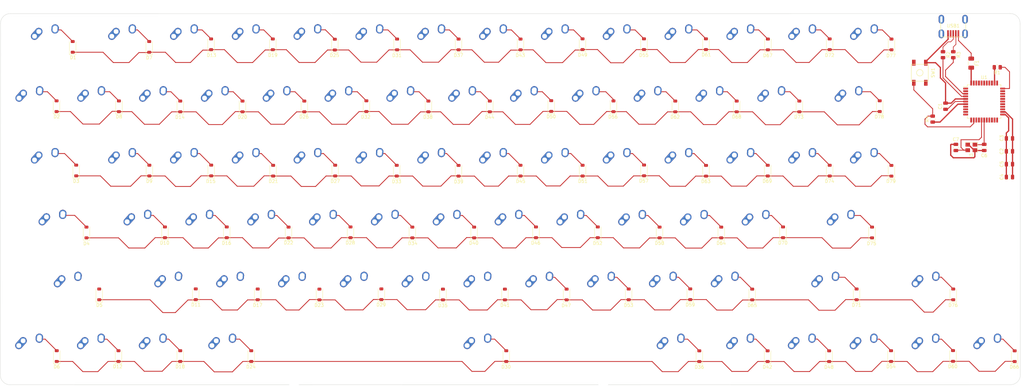
<source format=kicad_pcb>
(kicad_pcb (version 20221018) (generator pcbnew)
  (layers (0 "F.Cu" signal) (31 "B.Cu" signal) (34 "B.Paste" user) (35 "F.Paste" user) (36 "B.SilkS" user "B.Silkscreen") (37 "F.SilkS" user "F.Silkscreen") (38 "B.Mask" user) (39 "F.Mask" user) (44 "Edge.Cuts" user))
  (net 0 "")
  (net 1 "Net-(U1-UCAP)")
  (net 2 "GND")
  (net 3 "+5V")
  (net 4 "Net-(U1-XTAL1)")
  (net 5 "Net-(U1-XTAL2)")
  (net 6 "Net-(D1-A)")
  (net 7 "Net-(D2-A)")
  (net 8 "Net-(D3-A)")
  (net 9 "Net-(D4-A)")
  (net 10 "Net-(D5-A)")
  (net 11 "Net-(D6-A)")
  (net 12 "Net-(D7-A)")
  (net 13 "Net-(D8-A)")
  (net 14 "Net-(D9-A)")
  (net 15 "Net-(D10-A)")
  (net 16 "Net-(D11-A)")
  (net 17 "Net-(D12-A)")
  (net 18 "Net-(D13-A)")
  (net 19 "Net-(D14-A)")
  (net 20 "Net-(D15-A)")
  (net 21 "Net-(D16-A)")
  (net 22 "Net-(D17-A)")
  (net 23 "Net-(D18-A)")
  (net 24 "Net-(D19-A)")
  (net 25 "Net-(D20-A)")
  (net 26 "Net-(D21-A)")
  (net 27 "Net-(D22-A)")
  (net 28 "Net-(D23-A)")
  (net 29 "Net-(D24-A)")
  (net 30 "Net-(D25-A)")
  (net 31 "Net-(D26-A)")
  (net 32 "Net-(D27-A)")
  (net 33 "Net-(D28-A)")
  (net 34 "Net-(D29-A)")
  (net 35 "Net-(D30-A)")
  (net 36 "Net-(D31-A)")
  (net 37 "Net-(D32-A)")
  (net 38 "Net-(D33-A)")
  (net 39 "Net-(D34-A)")
  (net 40 "Net-(D35-A)")
  (net 41 "Net-(D36-A)")
  (net 42 "Net-(D37-A)")
  (net 43 "Net-(D38-A)")
  (net 44 "Net-(D39-A)")
  (net 45 "Net-(D40-A)")
  (net 46 "Net-(D41-A)")
  (net 47 "Net-(D42-A)")
  (net 48 "Net-(D43-A)")
  (net 49 "Net-(D44-A)")
  (net 50 "Net-(D45-A)")
  (net 51 "Net-(D46-A)")
  (net 52 "Net-(D47-A)")
  (net 53 "Net-(D48-A)")
  (net 54 "Net-(D49-A)")
  (net 55 "Net-(D50-A)")
  (net 56 "Net-(D51-A)")
  (net 57 "Net-(D52-A)")
  (net 58 "Net-(D53-A)")
  (net 59 "Net-(D54-A)")
  (net 60 "Net-(D55-A)")
  (net 61 "Net-(D56-A)")
  (net 62 "Net-(D57-A)")
  (net 63 "Net-(D58-A)")
  (net 64 "Net-(D59-A)")
  (net 65 "Net-(D60-A)")
  (net 66 "Net-(D61-A)")
  (net 67 "Net-(D62-A)")
  (net 68 "Net-(D63-A)")
  (net 69 "Net-(D64-A)")
  (net 70 "Net-(D65-A)")
  (net 71 "Net-(D66-A)")
  (net 72 "Net-(D67-A)")
  (net 73 "Net-(D68-A)")
  (net 74 "Net-(D69-A)")
  (net 75 "Net-(D70-A)")
  (net 76 "Net-(D71-A)")
  (net 77 "Net-(D72-A)")
  (net 78 "Net-(D73-A)")
  (net 79 "Net-(D74-A)")
  (net 80 "Net-(D75-A)")
  (net 81 "Net-(D76-A)")
  (net 82 "Net-(D77-A)")
  (net 83 "Net-(D78-A)")
  (net 84 "Net-(D79-A)")
  (net 85 "Net-(USB1-VBUS)")
  (net 86 "Net-(U1-~{HWB}{slash}PE2)")
  (net 87 "Net-(U1-D+)")
  (net 88 "Net-(U1-D-)")
  (net 89 "Net-(U1-~{RESET})")
  (net 118 "ROW0")
  (net 119 "ROW1")
  (net 120 "ROW2")
  (net 121 "ROW3")
  (net 122 "ROW4")
  (net 123 "ROW5")
  (net 124 "COL0")
  (net 125 "COL1")
  (net 126 "COL2")
  (net 127 "COL3")
  (net 128 "COL4")
  (net 129 "COL5")
  (net 130 "COL6")
  (net 131 "COL7")
  (net 132 "COL8")
  (net 133 "COL9")
  (net 134 "COL10")
  (net 135 "COL11")
  (net 136 "COL12")
  (net 137 "COL13")
  (net 138 "D+")
  (net 139 "D-")
  (footprint "Diode_SMD:D_SOD-123" (layer "F.Cu") (at 166.624 179.452 90)
    (fp_text reference "D14")
    (fp_text value "SOD-123")
  )
  (footprint "MX_Alps_Hybrid:MX-1U-NoLED" (layer "F.Cu") (at 220.726 236.601)
    (fp_text reference "MX29")
    (fp_text value "MX-NoLED")
  )
  (footprint "Diode_SMD:D_SOD-123" (layer "F.Cu") (at 423.724631 256.406192 90)
    (fp_text reference "D66")
    (fp_text value "SOD-123")
  )
  (footprint "MX_Alps_Hybrid:MX-1U-NoLED" (layer "F.Cu") (at 201.676 236.601)
    (fp_text reference "MX23")
    (fp_text value "MX-NoLED")
  )
  (footprint "MX_Alps_Hybrid:MX-2.25U-NoLED" (layer "F.Cu") (at 132.588 236.601)
    (fp_text reference "MX5")
    (fp_text value "MX-NoLED")
  )
  (footprint "Diode_SMD:D_SOD-123" (layer "F.Cu") (at 233.322102 199.249723 90)
    (fp_text reference "D33")
    (fp_text value "SOD-123")
  )
  (footprint "MX_Alps_Hybrid:MX-1U-NoLED" (layer "F.Cu") (at 396.925909 236.578891)
    (fp_text reference "MX76")
    (fp_text value "MX-NoLED")
  )
  (footprint "Diode_SMD:D_SOD-123" (layer "F.Cu") (at 379.778272 218.288436 90)
    (fp_text reference "D75")
    (fp_text value "SOD-123")
  )
  (footprint "MX_Alps_Hybrid:MX-1U-NoLED" (layer "F.Cu") (at 254.11875 179.41875)
    (fp_text reference "MX44")
    (fp_text value "MX-NoLED")
  )
  (footprint "Diode_SMD:D_SOD-123" (layer "F.Cu") (at 252.377608 160.34744 90)
    (fp_text reference "D37")
    (fp_text value "SOD-123")
  )
  (footprint "Diode_SMD:D_SOD-123" (layer "F.Cu") (at 209.500435 237.399039 90)
    (fp_text reference "D23")
    (fp_text value "SOD-123")
  )
  (footprint "Diode_SMD:D_SOD-123" (layer "F.Cu") (at 375.016096 237.360708 90)
    (fp_text reference "D71")
    (fp_text value "SOD-123")
  )
  (footprint "Diode_SMD:D_SOD-123" (layer "F.Cu") (at 223.969951 179.370307 90)
    (fp_text reference "D32")
    (fp_text value "SOD-123")
  )
  (footprint "Resistor_SMD:R_0805_2012Metric" (layer "F.Cu") (at 418.3615 167.386 180)
    (fp_text reference "R1")
    (fp_text value "10k")
  )
  (footprint "MX_Alps_Hybrid:MX-1U-NoLED" (layer "F.Cu") (at 206.462 160.337)
    (fp_text reference "MX25")
    (fp_text value "MX-NoLED")
  )
  (footprint "MX_Alps_Hybrid:MX-1U-NoLED" (layer "F.Cu") (at 120.691426 255.665135)
    (fp_text reference "MX6")
    (fp_text value "MX-NoLED")
  )
  (footprint "Diode_SMD:D_SOD-123" (layer "F.Cu") (at 309.529385 199.157795 90)
    (fp_text reference "D57")
    (fp_text value "SOD-123")
  )
  (footprint "MX_Alps_Hybrid:MX-1U-NoLED" (layer "F.Cu") (at 158.790539 255.662328)
    (fp_text reference "MX18")
    (fp_text value "MX-NoLED")
  )
  (footprint "Diode_SMD:D_SOD-123" (layer "F.Cu") (at 176.12711 160.303448 90)
    (fp_text reference "D13")
    (fp_text value "SOD-123")
  )
  (footprint "Diode_SMD:D_SOD-123" (layer "F.Cu") (at 304.792684 237.360708 90)
    (fp_text reference "D53")
    (fp_text value "SOD-123")
  )
  (footprint "Diode_SMD:D_SOD-123" (layer "F.Cu") (at 271.460992 199.236206 90)
    (fp_text reference "D45")
    (fp_text value "SOD-123")
  )
  (footprint "MX_Alps_Hybrid:MX-1U-NoLED" (layer "F.Cu") (at 158.86875 179.41875)
    (fp_text reference "MX14")
    (fp_text value "MX-NoLED")
  )
  (footprint "Fuse:Fuse_1206_3216Metric" (layer "F.Cu") (at 410.337 166.116 -90)
    (fp_text reference "F1")
    (fp_text value "Polyfuse_Small")
  )
  (footprint "Capacitor_SMD:C_0805_2012Metric" (layer "F.Cu") (at 402.43125 179.3875 90)
    (fp_text reference "C1")
    (fp_text value "1uF")
  )
  (footprint "MX_Alps_Hybrid:MX-1U-NoLED" (layer "F.Cu") (at 139.81875 179.41875)
    (fp_text reference "MX8")
    (fp_text value "MX-NoLED")
  )
  (footprint "Diode_SMD:D_SOD-123" (layer "F.Cu") (at 295.269626 218.238578 90)
    (fp_text reference "D52")
    (fp_text value "SOD-123")
  )
  (footprint "MX_Alps_Hybrid:MX-1U-NoLED" (layer "F.Cu") (at 377.900078 198.458169)
    (fp_text reference "MX79")
    (fp_text value "MX-NoLED")
  )
  (footprint "Diode_SMD:D_SOD-123" (layer "F.Cu") (at 214.361021 199.218537 90)
    (fp_text reference "D27")
    (fp_text value "SOD-123")
  )
  (footprint "MX_Alps_Hybrid:MX-1.75U-NoLED" (layer "F.Cu") (at 127.895035 217.509752)
    (fp_text reference "MX4")
    (fp_text value "MX-NoLED")
  )
  (footprint "MX_Alps_Hybrid:MX-1U-NoLED" (layer "F.Cu") (at 301.74375 160.36875)
    (fp_text reference "MX55")
    (fp_text value "MX-NoLED")
  )
  (footprint "Diode_SMD:D_SOD-123" (layer "F.Cu") (at 366.726956 160.296798 90)
    (fp_text reference "D72")
    (fp_text value "SOD-123")
  )
  (footprint "MX_Alps_Hybrid:MX-1U-NoLED" (layer "F.Cu") (at 182.626 236.601)
    (fp_text reference "MX17")
    (fp_text value "MX-NoLED")
  )
  (footprint "Capacitor_SMD:C_0805_2012Metric" (layer "F.Cu") (at 422.11875 189.309375 180)
    (fp_text reference "C3")
    (fp_text value "0.1uF")
  )
  (footprint "MX_Alps_Hybrid:MX-1U-NoLED" (layer "F.Cu") (at 225.54375 198.46875)
    (fp_text reference "MX33")
    (fp_text value "MX-NoLED")
  )
  (footprint "MX_Alps_Hybrid:MX-1U-NoLED" (layer "F.Cu") (at 154.070051 217.512781)
    (fp_text reference "MX10")
    (fp_text value "MX-NoLED")
  )
  (footprint "MX_Alps_Hybrid:MX-1U-NoLED" (layer "F.Cu") (at 292.21875 179.41875)
    (fp_text reference "MX56")
    (fp_text value "MX-NoLED")
  )
  (footprint "MX_Alps_Hybrid:MX-6U-NoLED" (layer "F.Cu") (at 249.31006 255.656263)
    (fp_text reference "MX30")
    (fp_text value "MX-NoLED")
  )
  (footprint "MX_Alps_Hybrid:MX-1U-NoLED" (layer "F.Cu") (at 168.402 160.36875)
    (fp_text reference "MX13")
    (fp_text value "MX-NoLED")
  )
  (footprint "MX_Alps_Hybrid:MX-1U-NoLED" (layer "F.Cu") (at 187.452 160.36875)
    (fp_text reference "MX19")
    (fp_text value "MX-NoLED")
  )
  (footprint "MX_Alps_Hybrid:MX-1U-NoLED" (layer "F.Cu") (at 330.31875 179.41875)
    (fp_text reference "MX68")
    (fp_text value "MX-NoLED")
  )
  (footprint "Diode_SMD:D_SOD-123" (layer "F.Cu") (at 314.315232 218.288436 90)
    (fp_text reference "D58")
    (fp_text value "SOD-123")
  )
  (footprint "Diode_SMD:D_SOD-123" (layer "F.Cu") (at 347.604859 256.406192 90)
    (fp_text reference "D42")
    (fp_text value "SOD-123")
  )
  (footprint "MX_Alps_Hybrid:MX-1U-NoLED" (layer "F.Cu") (at 296.915131 236.602592)
    (fp_text reference "MX53")
    (fp_text value "MX-NoLED")
  )
  (footprint "MX_Alps_Hybrid:MX-1U-NoLED" (layer "F.Cu") (at 235.06875 179.41875)
    (fp_text reference "MX38")
    (fp_text value "MX-NoLED")
  )
  (footprint "MX_Alps_Hybrid:MX-1U-NoLED" (layer "F.Cu") (at 344.551 217.551)
    (fp_text reference "MX70")
    (fp_text value "MX-NoLED")
  )
  (footprint "Capacitor_SMD:C_0805_2012Metric" (layer "F.Cu") (at 422.11875 197.246875 180)
    (fp_text reference "C5")
    (fp_text value "0.1uF")
  )
  (footprint "MX_Alps_Hybrid:MX-1U-NoLED" (layer "F.Cu") (at 258.826 236.601)
    (fp_text reference "MX41")
    (fp_text value "MX-NoLED")
  )
  (footprint "MX_Alps_Hybrid:MX-1U-NoLED" (layer "F.Cu") (at 311.26875 179.41875)
    (fp_text reference "MX62")
    (fp_text value "MX-NoLED")
  )
  (footprint "Diode_SMD:D_SOD-123" (layer "F.Cu") (at 238.132806 218.288436 90)
    (fp_text reference "D34")
    (fp_text value "SOD-123")
  )
  (footprint "Diode_SMD:D_SOD-123" (layer "F.Cu") (at 233.437547 160.34744 90)
    (fp_text reference "D31")
    (fp_text value "SOD-123")
  )
  (footprint "Diode_SMD:D_SOD-123" (layer "F.Cu") (at 161.900523 218.238578 90)
    (fp_text reference "D10")
    (fp_text value "SOD-123")
  )
  (footprint "MX_Alps_Hybrid:MX-1U-NoLED" (layer "F.Cu") (at 192.196178 217.540845)
    (fp_text reference "MX22")
    (fp_text value "MX-NoLED")
  )
  (footprint "MX_Alps_Hybrid:MX-1U-NoLED" (layer "F.Cu") (at 225.54375 160.36875)
    (fp_text reference "MX31")
    (fp_text value "MX-NoLED")
  )
  (footprint "MX_Alps_Hybrid:MX-1U-NoLED" (layer "F.Cu") (at 358.775 255.651)
    (fp_text reference "MX48")
    (fp_text value "MX-NoLED")
  )
  (footprint "Diode_SMD:D_SOD-123" (layer "F.Cu") (at 257.178413 218.288436 90)
    (fp_text reference "D40")
    (fp_text value "SOD-123")
  )
  (footprint "MX_Alps_Hybrid:MX-1U-NoLED" (layer "F.Cu") (at 120.76875 179.41875)
    (fp_text reference "MX2")
    (fp_text value "MX-NoLED")
  )
  (footprint "Diode_SMD:D_SOD-123" (layer "F.Cu") (at 280.924 179.324 90)
    (fp_text reference "D50")
    (fp_text value "SOD-123")
  )
  (footprint "MX_Alps_Hybrid:MX-1U-NoLED" (layer "F.Cu") (at 249.358482 217.531275)
    (fp_text reference "MX40")
    (fp_text value "MX-NoLED")
  )
  (footprint "Resistor_SMD:R_0805_2012Metric" (layer "F.Cu") (at 401.6375 163.5125 -90)
    (fp_text reference "R2")
    (fp_text value "22")
  )
  (footprint "MX_Alps_Hybrid:MX-1U-NoLED" (layer "F.Cu") (at 149.34375 160.36875)
    (fp_text reference "MX7")
    (fp_text value "MX-NoLED")
  )
  (footprint "MX_Alps_Hybrid:MX-1U-NoLED" (layer "F.Cu") (at 306.492513 217.548696)
    (fp_text reference "MX58")
    (fp_text value "MX-NoLED")
  )
  (footprint "Resistor_SMD:R_0805_2012Metric" (layer "F.Cu") (at 404.8125 163.5125 -90)
    (fp_text reference "R3")
    (fp_text value "22")
  )
  (footprint "Diode_SMD:D_SOD-123" (layer "F.Cu") (at 366.565096 256.406192 90)
    (fp_text reference "D48")
    (fp_text value "SOD-123")
  )
  (footprint "MX_Alps_Hybrid:MX-1U-NoLED" (layer "F.Cu") (at 177.91875 179.41875)
    (fp_text reference "MX20")
    (fp_text value "MX-NoLED")
  )
  (footprint "Diode_SMD:D_SOD-123" (layer "F.Cu") (at 385.744582 199.275411 90)
    (fp_text reference "D79")
    (fp_text value "SOD-123")
  )
  (footprint "MX_Alps_Hybrid:MX-1U-NoLED" (layer "F.Cu") (at 263.64375 160.36875)
    (fp_text reference "MX43")
    (fp_text value "MX-NoLED")
  )
  (footprint "MX_Alps_Hybrid:MX-1U-NoLED" (layer "F.Cu") (at 273.16875 179.41875)
    (fp_text reference "MX50")
    (fp_text value "MX-NoLED")
  )
  (footprint "MX_Alps_Hybrid:MX-1U-NoLED" (layer "F.Cu") (at 339.78574 255.662187)
    (fp_text reference "MX42")
    (fp_text value "MX-NoLED")
  )
  (footprint "MX_Alps_Hybrid:MX-1U-NoLED" (layer "F.Cu") (at 211.236077 217.534559)
    (fp_text reference "MX28")
    (fp_text value "MX-NoLED")
  )
  (footprint "MX_Alps_Hybrid:MX-1U-NoLED" (layer "F.Cu") (at 196.96875 179.41875)
    (fp_text reference "MX26")
    (fp_text value "MX-NoLED")
  )
  (footprint "MX_Alps_Hybrid:MX-1U-NoLED" (layer "F.Cu") (at 187.44375 198.46875)
    (fp_text reference "MX21")
    (fp_text value "MX-NoLED")
  )
  (footprint "Capacitor_SMD:C_0805_2012Metric" (layer "F.Cu") (at 405.60625 192.0875 -90)
    (fp_text reference "C7")
    (fp_text value "22pF")
  )
  (footprint "MX_Alps_Hybrid:MX-1.5U-NoLED" (layer "F.Cu") (at 125.53125 198.46875)
    (fp_text reference "MX3")
    (fp_text value "MX-NoLED")
  )
  (footprint "MX_Alps_Hybrid:MX-1U-NoLED" (layer "F.Cu") (at 168.39375 198.46875)
    (fp_text reference "MX15")
    (fp_text value "MX-NoLED")
  )
  (footprint "Diode_SMD:D_SOD-123" (layer "F.Cu") (at 228.58955 237.322376 90)
    (fp_text reference "D29")
    (fp_text value "SOD-123")
  )
  (footprint "Diode_SMD:D_SOD-123" (layer "F.Cu") (at 195.244011 199.249723 90)
    (fp_text reference "D21")
    (fp_text value "SOD-123")
  )
  (footprint "Diode_SMD:D_SOD-123" (layer "F.Cu") (at 133.486911 161.105389 90)
    (fp_text reference "D1")
    (fp_text value "SOD-123")
  )
  (footprint "Crystal:Crystal_SMD_3225-4Pin_3.2x2.5mm" (layer "F.Cu") (at 410.36875 192.0875 180)
    (fp_text reference "Y1")
    (fp_text value "16MHz")
  )
  (footprint "Diode_SMD:D_SOD-123" (layer "F.Cu") (at 300.105058 179.407428 90)
    (fp_text reference "D56")
    (fp_text value "SOD-123")
  )
  (footprint "MX_Alps_Hybrid:MX-1U-NoLED" (layer "F.Cu") (at 263.64375 198.46875)
    (fp_text reference "MX45")
    (fp_text value "MX-NoLED")
  )
  (footprint "Diode_SMD:D_SOD-123" (layer "F.Cu") (at 290.576 160.275 90)
    (fp_text reference "D49")
    (fp_text value "SOD-123")
  )
  (footprint "Diode_SMD:D_SOD-123" (layer "F.Cu") (at 347.636983 199.236206 90)
    (fp_text reference "D69")
    (fp_text value "SOD-123")
  )
  (footprint "Diode_SMD:D_SOD-123" (layer "F.Cu") (at 157.103547 199.218537 90)
    (fp_text reference "D9")
    (fp_text value "SOD-123")
  )
  (footprint "Capacitor_SMD:C_0805_2012Metric" (layer "F.Cu") (at 414.3375 192.0875 90)
    (fp_text reference "C6")
    (fp_text value "22pF")
  )
  (footprint "Diode_SMD:D_SOD-123" (layer "F.Cu") (at 199.991736 218.288436 90)
    (fp_text reference "D22")
    (fp_text value "SOD-123")
  )
  (footprint "Diode_SMD:D_SOD-123" (layer "F.Cu") (at 204.851 179.452 90)
    (fp_text reference "D26")
    (fp_text value "SOD-123")
  )
  (footprint "Diode_SMD:D_SOD-123" (layer "F.Cu") (at 176.158186 199.187351 90)
    (fp_text reference "D15")
    (fp_text value "SOD-123")
  )
  (footprint "MX_Alps_Hybrid:MX-1U-NoLED" (layer "F.Cu") (at 358.89375 198.46875)
    (fp_text reference "MX74")
    (fp_text value "MX-NoLED")
  )
  (footprint "Diode_SMD:D_SOD-123" (layer "F.Cu") (at 385.629892 256.371338 90)
    (fp_text reference "D54")
    (fp_text value "SOD-123")
  )
  (footprint "Diode_SMD:D_SOD-123" (layer "F.Cu") (at 147.590365 256.373838 90)
    (fp_text reference "D12")
    (fp_text value "SOD-123")
  )
  (footprint "MX_Alps_Hybrid:MX-1U-NoLED" (layer "F.Cu") (at 358.89375 160.36875)
    (fp_text reference "MX72")
    (fp_text value "MX-NoLED")
  )
  (footprint "MX_Alps_Hybrid:MX-1U-NoLED" (layer "F.Cu") (at 320.79375 160.36875)
    (fp_text reference "MX61")
    (fp_text value "MX-NoLED")
  )
  (footprint "Diode_SMD:D_SOD-123" (layer "F.Cu") (at 366.729988 199.236206 90)
    (fp_text reference "D74")
    (fp_text value "SOD-123")
  )
  (footprint "Diode_SMD:D_SOD-123" (layer "F.Cu") (at 262.001 179.452 90)
    (fp_text reference "D44")
    (fp_text value "SOD-123")
  )
  (footprint "MX_Alps_Hybrid:MX-1U-NoLED" (layer "F.Cu") (at 149.34375 198.46875)
    (fp_text reference "MX9")
    (fp_text value "MX-NoLED")
  )
  (footprint "Diode_SMD:D_SOD-123" (layer "F.Cu") (at 328.593626 160.275617 90)
    (fp_text reference "D61")
    (fp_text value "SOD-123")
  )
  (footprint "Diode_SMD:D_SOD-123" (layer "F.Cu") (at 352.356587 218.238578 90)
    (fp_text reference "D70")
    (fp_text value "SOD-123")
  )
  (footprint "MX_Alps_Hybrid:MX-1U-NoLED" (layer "F.Cu") (at 377.94375 160.36875)
    (fp_text reference "MX77")
    (fp_text value "MX-NoLED")
  )
  (footprint "Diode_SMD:D_SOD-123" (layer "F.Cu") (at 338.074 179.452 90)
    (fp_text reference "D68")
    (fp_text value "SOD-123")
  )
  (footprint "Diode_SMD:D_SOD-123" (layer "F.Cu") (at 323.766805 237.322376 90)
    (fp_text reference "D59")
    (fp_text value "SOD-123")
  )
  (footprint "Diode_SMD:D_SOD-123" (layer "F.Cu") (at 266.652786 237.399039 90)
    (fp_text reference "D41")
    (fp_text value "SOD-123")
  )
  (footprint "Diode_SMD:D_SOD-123" (layer "F.Cu") (at 185.801 179.452 90)
    (fp_text reference "D20")
    (fp_text value "SOD-123")
  )
  (footprint "MX_Alps_Hybrid:MX-1U-NoLED" (layer "F.Cu") (at 244.59375 160.36875)
    (fp_text reference "MX37")
    (fp_text value "MX-NoLED")
  )
  (footprint "Diode_SMD:D_SOD-123" (layer "F.Cu") (at 328.62239 199.275411 90)
    (fp_text reference "D63")
    (fp_text value "SOD-123")
  )
  (footprint "MX_Alps_Hybrid:MX-1U-NoLED" (layer "F.Cu") (at 139.728298 255.680232)
    (fp_text reference "MX12")
    (fp_text value "MX-NoLED")
  )
  (footprint "MX_Alps_Hybrid:MX-1U-NoLED" (layer "F.Cu") (at 377.827541 255.67905)
    (fp_text reference "MX54")
    (fp_text value "MX-NoLED")
  )
  (footprint "Diode_SMD:D_SOD-123" (layer "F.Cu") (at 252.367988 199.275411 90)
    (fp_text reference "D39")
    (fp_text value "SOD-123")
  )
  (footprint "MX_Alps_Hybrid:MX-1.5U-NoLED" (layer "F.Cu") (at 373.18125 179.41875)
    (fp_text reference "MX78")
    (fp_text value "MX-NoLED")
  )
  (footprint "Diode_SMD:D_SOD-123" (layer "F.Cu") (at 180.946129 218.238578 90)
    (fp_text reference "D16")
    (fp_text value "SOD-123")
  )
  (footprint "MX_Alps_Hybrid:MX-1U-NoLED" (layer "F.Cu") (at 282.69375 160.36875)
    (fp_text reference "MX49")
    (fp_text value "MX-NoLED")
  )
  (footprint "MX_Alps_Hybrid:MX-1U-NoLED" (layer "F.Cu") (at 339.84375 198.46875)
    (fp_text reference "MX69")
    (fp_text value "MX-NoLED")
  )
  (footprint "MX_Alps_Hybrid:MX-1U-NoLED" (layer "F.Cu") (at 325.513869 217.550202)
    (fp_text reference "MX64")
    (fp_text value "MX-NoLED")
  )
  (footprint "Diode_SMD:D_SOD-123" (layer "F.Cu") (at 219.0872 218.238578 90)
    (fp_text reference "D28")
    (fp_text value "SOD-123")
  )
  (footprint "Diode_SMD:D_SOD-123" (layer "F.Cu") (at 134.556078 199.187351 90)
    (fp_text reference "D3")
    (fp_text value "SOD-123")
  )
  (footprint "MX_Alps_Hybrid:MX-1U-NoLED" (layer "F.Cu") (at 320.79375 198.46875)
    (fp_text reference "MX63")
    (fp_text value "MX-NoLED")
  )
  (footprint "MX_Alps_Hybrid:MX-1.75U-NoLED" (layer "F.Cu") (at 370.771468 217.545421)
    (fp_text reference "MX75")
    (fp_text value "MX-NoLED")
  )
  (footprint "MX_Alps_Hybrid:MX-1.25U-NoLED" (layer "F.Cu") (at 180.201461 255.670048)
    (fp_text reference "MX24")
    (fp_text value "MX-NoLED")
  )
  (footprint "Diode_SMD:D_SOD-123" (layer "F.Cu") (at 276.224019 218.238578 90)
    (fp_text reference "D46")
    (fp_text value "SOD-123")
  )
  (footprint "Diode_SMD:D_SOD-123" (layer "F.Cu") (at 247.563671 237.399039 90)
    (fp_text reference "D35")
    (fp_text value "SOD-123")
  )
  (footprint "MX_Alps_Hybrid:MX-1U-NoLED" (layer "F.Cu") (at 173.135646 217.526023)
    (fp_text reference "MX16")
    (fp_text value "MX-NoLED")
  )
  (footprint "MX_Alps_Hybrid:MX-1U-NoLED" (layer "F.Cu") (at 268.4273 217.527925)
    (fp_text reference "MX46")
    (fp_text value "MX-NoLED")
  )
  (footprint "Diode_SMD:D_SOD-123" (layer "F.Cu") (at 214.249 160.402 90)
    (fp_text reference "D25")
    (fp_text value "SOD-123")
  )
  (footprint "random-keyboard-parts:Molex-0548190589" (layer "F.Cu") (at 404.786915 152.586164 -90)
    (fp_text reference "USB1")
    (fp_text value "Molex-0548190589")
  )
  (footprint "Package_QFP:TQFP-44_10x10mm_P0.8mm" (layer "F.Cu") (at 414.325 177.94375)
    (fp_text reference "U1")
    (fp_text value "ATmega32U4-A")
  )
  (footprint "Diode_SMD:D_SOD-123" (layer "F.Cu") (at 342.85592 237.399039 90)
    (fp_text reference "D65")
    (fp_text value "SOD-123")
  )
  (footprint "MX_Alps_Hybrid:MX-1U-NoLED" (layer "F.Cu") (at 287.465319 217.538786)
    (fp_text reference "MX52")
    (fp_text value "MX-NoLED")
  )
  (footprint "Diode_SMD:D_SOD-123" (layer "F.Cu") (at 319.151 179.451 90)
    (fp_text reference "D62")
    (fp_text value "SOD-123")
  )
  (footprint "MX_Alps_Hybrid:MX-1.5U-NoLED" (layer "F.Cu") (at 125.53125 160.36875)
    (fp_text reference "MX1")
    (fp_text value "MX-NoLED")
  )
  (footprint "Diode_SMD:D_SOD-123" (layer "F.Cu") (at 404.729541 256.336485 90)
    (fp_text reference "D60")
    (fp_text value "SOD-123")
  )
  (footprint "MX_Alps_Hybrid:MX-1U-NoLED" (layer "F.Cu") (at 282.69375 198.46875)
    (fp_text reference "MX51")
    (fp_text value "MX-NoLED")
  )
  (footprint "Diode_SMD:D_SOD-123" (layer "F.Cu") (at 309.50164 160.275617 90)
    (fp_text reference "D55")
    (fp_text value "SOD-123")
  )
  (footprint "Diode_SMD:D_SOD-123" (layer "F.Cu") (at 147.723482 179.407428 90)
    (fp_text reference "D8")
    (fp_text value "SOD-123")
  )
  (footprint "Diode_SMD:D_SOD-123" (layer "F.Cu") (at 141.65358 237.360708 90)
    (fp_text reference "D5")
    (fp_text value "SOD-123")
  )
  (footprint "Diode_SMD:D_SOD-123" (layer "F.Cu") (at 404.795302 237.366899 90)
    (fp_text reference "D76")
    (fp_text value "SOD-123")
  )
  (footprint "MX_Alps_Hybrid:MX-1U-NoLED" (layer "F.Cu") (at 301.74375 198.46875)
    (fp_text reference "MX57")
    (fp_text value "MX-NoLED")
  )
  (footprint "MX_Alps_Hybrid:MX-1U-NoLED" (layer "F.Cu") (at 349.36875 179.41875)
    (fp_text reference "MX73")
    (fp_text value "MX-NoLED")
  )
  (footprint "Diode_SMD:D_SOD-123" (layer "F.Cu") (at 290.593202 199.236206 90)
    (fp_text reference "D51")
    (fp_text value "SOD-123")
  )
  (footprint "random-keyboard-parts:SKQG-1155865" (layer "F.Cu") (at 394.49375 169.06875 90)
    (fp_text reference "SW1")
    (fp_text value "SW_Push")
  )
  (footprint "Diode_SMD:D_SOD-123" (layer "F.Cu") (at 357.378 179.451 90)
    (fp_text reference "D73")
    (fp_text value "SOD-123")
  )
  (footprint "MX_Alps_Hybrid:MX-1.25U-NoLED" (layer "F.Cu") (at 318.366151 255.673171)
    (fp_text reference "MX36")
    (fp_text value "MX-NoLED")
  )
  (footprint "Diode_SMD:D_SOD-123" (layer "F.Cu") (at 385.7683 160.34744 90)
    (fp_text reference "D77")
    (fp_text value "SOD-123")
  )
  (footprint "Diode_SMD:D_SOD-123" (layer "F.Cu") (at 190.487983 237.360708 90)
    (fp_text reference "D17")
    (fp_text value "SOD-123")
  )
  (footprint "Diode_SMD:D_SOD-123" (layer "F.Cu") (at 128.56523 256.369472 90)
    (fp_text reference "D6")
    (fp_text value "SOD-123")
  )
  (footprint "Diode_SMD:D_SOD-123" (layer "F.Cu") (at 333.310981 218.288436 90)
    (fp_text reference "D64")
    (fp_text value "SOD-123")
  )
  (footprint "Diode_SMD:D_SOD-123" (layer "F.Cu") (at 157.057174 161.107275 90)
    (fp_text reference "D7")
    (fp_text value "SOD-123")
  )
  (footprint "Diode_SMD:D_SOD-123" (layer "F.Cu") (at 128.510655 179.382713 90)
    (fp_text reference "D2")
    (fp_text value "SOD-123")
  )
  (footprint "MX_Alps_Hybrid:MX-1U-NoLED" (layer "F.Cu") (at 415.91536 255.663088)
    (fp_text reference "MX66")
    (fp_text value "MX-NoLED")
  )
  (footprint "MX_Alps_Hybrid:MX-1U-NoLED" (layer "F.Cu") (at 339.84375 160.36875)
    (fp_text reference "MX67")
    (fp_text value "MX-NoLED")
  )
  (footprint "MX_Alps_Hybrid:MX-1U-NoLED" (layer "F.Cu") (at 163.562916 236.588547)
    (fp_text reference "MX11")
    (fp_text value "MX-NoLED")
  )
  (footprint "Diode_SMD:D_SOD-123" (layer "F.Cu") (at 188.49039 256.373838 90)
    (fp_text reference "D24")
    (fp_text value "SOD-123")
  )
  (footprint "MX_Alps_Hybrid:MX-1U-NoLED" (layer "F.Cu") (at 216.01875 179.41875)
    (fp_text reference "MX32")
    (fp_text value "MX-NoLED")
  )
  (footprint "MX_Alps_Hybrid:MX-1U-NoLED" (layer "F.Cu") (at 230.299442 217.516508)
    (fp_text reference "MX34")
    (fp_text value "MX-NoLED")
  )
  (footprint "Diode_SMD:D_SOD-123" (layer "F.Cu") (at 171.398868 237.322376 90)
    (fp_text reference "D11")
    (fp_text value "SOD-123")
  )
  (footprint "MX_Alps_Hybrid:MX-1U-NoLED" (layer "F.Cu") (at 315.969611 236.582672)
    (fp_text reference "MX59")
    (fp_text value "MX-NoLED")
  )
  (footprint "MX_Alps_Hybrid:MX-2.25U-NoLED" (layer "F.Cu") (at 366.005333 236.598053)
    (fp_text reference "MX71")
    (fp_text value "MX-NoLED")
  )
  (footprint "Resistor_SMD:R_0805_2012Metric" (layer "F.Cu") (at 398.4625 183.35625 90)
    (fp_text reference "R4")
    (fp_text value "10k")
  )
  (footprint "MX_Alps_Hybrid:MX-1U-NoLED" (layer "F.Cu") (at 396.883051 255.680826)
    (fp_text reference "MX60")
    (fp_text value "MX-NoLED")
  )
  (footprint "Capacitor_SMD:C_0805_2012Metric" (layer "F.Cu") (at 422.11875 193.278125 180)
    (fp_text reference "C2")
    (fp_text value "0.1uF")
  )
  (footprint "Diode_SMD:D_SOD-123" (layer "F.Cu") (at 271.469593 160.34744 90)
    (fp_text reference "D43")
    (fp_text value "SOD-123")
  )
  (footprint "Diode_SMD:D_SOD-123" (layer "F.Cu") (at 326.553421 256.406192 90)
    (fp_text reference "D36")
    (fp_text value "SOD-123")
  )
  (footprint "Diode_SMD:D_SOD-123" (layer "F.Cu") (at 195.141001 160.314956 90)
    (fp_text reference "D19")
    (fp_text value "SOD-123")
  )
  (footprint "MX_Alps_Hybrid:MX-1U-NoLED" (layer "F.Cu") (at 206.49375 198.46875)
    (fp_text reference "MX27")
    (fp_text value "MX-NoLED")
  )
  (footprint "MX_Alps_Hybrid:MX-1U-NoLED" (layer "F.Cu") (at 239.776 236.601)
    (fp_text reference "MX35")
    (fp_text value "MX-NoLED")
  )
  (footprint "Diode_SMD:D_SOD-123" (layer "F.Cu") (at 347.685612 160.34744 90)
    (fp_text reference "D67")
    (fp_text value "SOD-123")
  )
  (footprint "Diode_SMD:D_SOD-123" (layer "F.Cu") (at 267.074247 256.383923 90)
    (fp_text reference "D30")
    (fp_text value "SOD-123")
  )
  (footprint "Capacitor_SMD:C_0805_2012Metric" (layer "F.Cu") (at 422.11875 201.215625 180)
    (fp_text reference "C4")
    (fp_text value "10uF")
  )
  (footprint "Diode_SMD:D_SOD-123" (layer "F.Cu") (at 285.665238 237.399039 90)
    (fp_text reference "D47")
    (fp_text value "SOD-123")
  )
  (footprint "MX_Alps_Hybrid:MX-1U-NoLED" (layer "F.Cu") (at 277.876 236.601)
    (fp_text reference "MX47")
    (fp_text value "MX-NoLED")
  )
  (footprint "Diode_SMD:D_SOD-123" (layer "F.Cu") (at 166.615499 256.373838 90)
    (fp_text reference "D18")
    (fp_text value "SOD-123")
  )
  (footprint "Diode_SMD:D_SOD-123" (layer "F.Cu") (at 243.078 179.452 90)
    (fp_text reference "D38")
    (fp_text value "SOD-123")
  )
  (footprint "Diode_SMD:D_SOD-123" (layer "F.Cu") (at 137.719583 218.288436 90)
    (fp_text reference "D4")
    (fp_text value "SOD-123")
  )
  (footprint "Diode_SMD:D_SOD-123" (layer "F.Cu") (at 382.142399 179.370307 90)
    (fp_text reference "D78")
    (fp_text value "SOD-123")
  )
  (footprint "MX_Alps_Hybrid:MX-1U-NoLED" (layer "F.Cu") (at 244.59375 198.46875)
    (fp_text reference "MX39")
    (fp_text value "MX-NoLED")
  )
  (footprint "MX_Alps_Hybrid:MX-1U-NoLED" (layer "F.Cu") (at 335.035575 236.576717)
    (fp_text reference "MX65")
    (fp_text value "MX-NoLED")
  )
  (gr_line (start 114.234868 265.209102) (end 422.271536 265.177867) (stroke (width 0.1)) (layer "Edge.Cuts"))
  (gr_line (start 111.244738 153.899918) (end 111.181987 262.006476) (stroke (width 0.1)) (layer "Edge.Cuts"))
  (gr_arc (start 114.234868 265.209102) (mid 112.011403 264.272222) (end 111.181987 262.006476) (stroke (width 0.1)) (layer "Edge.Cuts"))
  (gr_arc (start 111.244738 153.899918) (mid 112.181618 151.676454) (end 114.447364 150.847037) (stroke (width 0.1)) (layer "Edge.Cuts"))
  (gr_arc (start 425.474162 262.124986) (mid 424.537282 264.34845) (end 422.271536 265.177867) (stroke (width 0.1)) (layer "Edge.Cuts"))
  (gr_arc (start 422.33809 150.830729) (mid 424.561554 151.767609) (end 425.390971 154.033355) (stroke (width 0.1)) (layer "Edge.Cuts"))
  (gr_line (start 425.474162 262.124986) (end 425.390971 154.033355) (stroke (width 0.1)) (layer "Edge.Cuts"))
  (gr_line (start 114.447364 150.847037) (end 422.33809 150.830729) (stroke (width 0.1)) (layer "Edge.Cuts"))
  (segment (start 402.43125 180.3375) (end 403.006856 180.3375) (width 0.254) (layer "F.Cu") (net 1))
  (segment (start 403.006856 180.3375) (end 405.400606 177.94375) (width 0.254) (layer "F.Cu") (net 1))
  (segment (start 405.400606 177.94375) (end 408.625 177.94375) (width 0.254) (layer "F.Cu") (net 1))
  (segment (start 409.51875 191.2375) (end 409.26875 191.2375) (width 0.381) (layer "F.Cu") (net 2))
  (segment (start 411.1625 195.2625) (end 404.8125 195.2625) (width 0.381) (layer "F.Cu") (net 2))
  (segment (start 420.025 181.94375) (end 420.834592 181.94375) (width 0.381) (layer "F.Cu") (net 2))
  (segment (start 405.46875 177.14375) (end 408.625 177.14375) (width 0.381) (layer "F.Cu") (net 2))
  (segment (start 420.834592 181.94375) (end 421.864171 182.973329) (width 0.381) (layer "F.Cu") (net 2))
  (segment (start 421.16875 187.6375) (end 421.16875 189.309375) (width 0.381) (layer "F.Cu") (net 2))
  (segment (start 421.16875 193.278125) (end 421.16875 197.246875) (width 0.381) (layer "F.Cu") (net 2))
  (segment (start 405.45 191.29375) (end 405.60625 191.1375) (width 0.381) (layer "F.Cu") (net 2))
  (segment (start 403.2125 158.75) (end 403.2125 156.9) (width 0.381) (layer "F.Cu") (net 2))
  (segment (start 404.175 191.1375) (end 405.60625 191.1375) (width 0.381) (layer "F.Cu") (net 2))
  (segment (start 421.864171 186.942079) (end 421.16875 187.6375) (width 0.381) (layer "F.Cu") (net 2))
  (segment (start 396.34375 165.61875) (end 403.2125 158.75) (width 0.381) (layer "F.Cu") (net 2))
  (segment (start 399.33125 165.96875) (end 400.84375 167.48125) (width 0.381) (layer "F.Cu") (net 2))
  (segment (start 400.84375 170.65625) (end 402.43125 172.24375) (width 0.381) (layer "F.Cu") (net 2))
  (segment (start 411.46875 192.9375) (end 411.46875 194.95625) (width 0.381) (layer "F.Cu") (net 2))
  (segment (start 404.8125 195.2625) (end 404.01875 194.46875) (width 0.381) (layer "F.Cu") (net 2))
  (segment (start 411.21875 192.9375) (end 409.51875 191.2375) (width 0.381) (layer "F.Cu") (net 2))
  (segment (start 402.43125 178.4375) (end 404.175 178.4375) (width 0.381) (layer "F.Cu") (net 2))
  (segment (start 421.864171 182.973329) (end 421.864171 186.942079) (width 0.381) (layer "F.Cu") (net 2))
  (segment (start 414.3375 193.0375) (end 411.56875 193.0375) (width 0.381) (layer "F.Cu") (net 2))
  (segment (start 404.175 178.4375) (end 405.46875 177.14375) (width 0.381) (layer "F.Cu") (net 2))
  (segment (start 417.449 167.386) (end 417.525 167.462) (width 0.381) (layer "F.Cu") (net 2))
  (segment (start 411.46875 194.95625) (end 411.1625 195.2625) (width 0.381) (layer "F.Cu") (net 2))
  (segment (start 411.56875 193.0375) (end 411.46875 192.9375) (width 0.381) (layer "F.Cu") (net 2))
  (segment (start 421.16875 189.309375) (end 421.16875 193.278125) (width 0.381) (layer "F.Cu") (net 2))
  (segment (start 400.84375 167.48125) (end 400.84375 170.65625) (width 0.381) (layer "F.Cu") (net 2))
  (segment (start 396.34375 165.96875) (end 399.33125 165.96875) (width 0.381) (layer "F.Cu") (net 2))
  (segment (start 421.16875 197.246875) (end 421.16875 201.215625) (width 0.381) (layer "F.Cu") (net 2))
  (segment (start 402.43125 172.24375) (end 402.43125 178.4375) (width 0.381) (layer "F.Cu") (net 2))
  (segment (start 417.525 167.462) (end 417.525 172.24375) (width 0.381) (layer "F.Cu") (net 2))
  (segment (start 404.01875 194.46875) (end 404.01875 191.29375) (width 0.381) (layer "F.Cu") (net 2))
  (segment (start 411.46875 192.9375) (end 411.21875 192.9375) (width 0.381) (layer "F.Cu") (net 2))
  (segment (start 404.01875 191.29375) (end 404.175 191.1375) (width 0.381) (layer "F.Cu") (net 2))
  (segment (start 398.4625 184.26875) (end 400.725 184.26875) (width 0.381) (layer "F.Cu") (net 3))
  (segment (start 423.06875 189.309375) (end 423.06875 183.35625) (width 0.381) (layer "F.Cu") (net 3))
  (segment (start 423.06875 197.246875) (end 423.06875 193.278125) (width 0.381) (layer "F.Cu") (net 3))
  (segment (start 423.06875 183.35625) (end 420.85625 181.14375) (width 0.381) (layer "F.Cu") (net 3))
  (segment (start 423.06875 193.278125) (end 423.06875 189.309375) (width 0.381) (layer "F.Cu") (net 3))
  (segment (start 410.337 167.516) (end 410.325 167.528) (width 0.381) (layer "F.Cu") (net 3))
  (segment (start 420.85625 181.14375) (end 420.025 181.14375) (width 0.381) (layer "F.Cu") (net 3))
  (segment (start 410.325 167.528) (end 410.325 172.24375) (width 0.381) (layer "F.Cu") (net 3))
  (segment (start 423.06875 201.215625) (end 423.06875 197.246875) (width 0.381) (layer "F.Cu") (net 3))
  (segment (start 400.725 184.26875) (end 406.25 178.74375) (width 0.381) (layer "F.Cu") (net 3))
  (segment (start 406.25 178.74375) (end 408.625 178.74375) (width 0.381) (layer "F.Cu") (net 3))
  (segment (start 411.46875 191.2375) (end 414.2375 191.2375) (width 0.254) (layer "F.Cu") (net 4))
  (segment (start 414.325 191.125) (end 414.3375 191.1375) (width 0.254) (layer "F.Cu") (net 4))
  (segment (start 414.325 183.64375) (end 414.325 191.125) (width 0.254) (layer "F.Cu") (net 4))
  (segment (start 414.2375 191.2375) (end 414.3375 191.1375) (width 0.254) (layer "F.Cu") (net 4))
  (segment (start 408.04375 192.9375) (end 407.19375 192.0875) (width 0.254) (layer "F.Cu") (net 5))
  (segment (start 407.19375 192.0875) (end 407.19375 189.70625) (width 0.254) (layer "F.Cu") (net 5))
  (segment (start 407.19375 189.70625) (end 412.75 189.70625) (width 0.254) (layer "F.Cu") (net 5))
  (segment (start 405.70625 192.9375) (end 405.60625 193.0375) (width 0.254) (layer "F.Cu") (net 5))
  (segment (start 409.26875 192.9375) (end 405.70625 192.9375) (width 0.254) (layer "F.Cu") (net 5))
  (segment (start 412.75 189.70625) (end 413.54375 188.9125) (width 0.254) (layer "F.Cu") (net 5))
  (segment (start 413.54375 188.9125) (end 413.525 188.89375) (width 0.254) (layer "F.Cu") (net 5))
  (segment (start 409.26875 192.9375) (end 408.04375 192.9375) (width 0.254) (layer "F.Cu") (net 5))
  (segment (start 413.525 188.89375) (end 413.525 183.64375) (width 0.254) (layer "F.Cu") (net 5))
  (segment (start 128.07125 155.82875) (end 128.03125 155.86875) (width 0.254) (layer "F.Cu") (net 6))
  (segment (start 128.03125 155.86875) (end 129.900272 155.86875) (width 0.254) (layer "F.Cu") (net 6))
  (segment (start 128.07125 155.28875) (end 128.07125 155.82875) (width 0.254) (layer "F.Cu") (net 6))
  (segment (start 129.900272 155.86875) (end 133.486911 159.455389) (width 0.254) (layer "F.Cu") (net 6))
  (segment (start 123.26875 174.91875) (end 125.696692 174.91875) (width 0.254) (layer "F.Cu") (net 7))
  (segment (start 125.696692 174.91875) (end 128.510655 177.732713) (width 0.254) (layer "F.Cu") (net 7))
  (segment (start 128.03125 193.96875) (end 130.987477 193.96875) (width 0.254) (layer "F.Cu") (net 8))
  (segment (start 130.987477 193.96875) (end 134.556078 197.537351) (width 0.254) (layer "F.Cu") (net 8))
  (segment (start 130.395035 213.009752) (end 134.090899 213.009752) (width 0.254) (layer "F.Cu") (net 9))
  (segment (start 134.090899 213.009752) (end 137.719583 216.638436) (width 0.254) (layer "F.Cu") (net 9))
  (segment (start 125.010893 251.165135) (end 128.56523 254.719472) (width 0.254) (layer "F.Cu") (net 11))
  (segment (start 123.191426 251.165135) (end 125.010893 251.165135) (width 0.254) (layer "F.Cu") (net 11))
  (segment (start 153.468649 155.86875) (end 157.057174 159.457275) (width 0.254) (layer "F.Cu") (net 12))
  (segment (start 151.84375 155.86875) (end 153.468649 155.86875) (width 0.254) (layer "F.Cu") (net 12))
  (segment (start 144.884804 174.91875) (end 147.723482 177.757428) (width 0.254) (layer "F.Cu") (net 13))
  (segment (start 142.31875 174.91875) (end 144.884804 174.91875) (width 0.254) (layer "F.Cu") (net 13))
  (segment (start 153.50376 193.96875) (end 157.103547 197.568537) (width 0.254) (layer "F.Cu") (net 14))
  (segment (start 151.84375 193.96875) (end 153.50376 193.96875) (width 0.254) (layer "F.Cu") (net 14))
  (segment (start 156.570051 213.012781) (end 158.324726 213.012781) (width 0.254) (layer "F.Cu") (net 15))
  (segment (start 158.324726 213.012781) (end 161.900523 216.588578) (width 0.254) (layer "F.Cu") (net 15))
  (segment (start 142.228298 251.180232) (end 144.046759 251.180232) (width 0.254) (layer "F.Cu") (net 17))
  (segment (start 144.046759 251.180232) (end 147.590365 254.723838) (width 0.254) (layer "F.Cu") (net 17))
  (segment (start 173.342412 155.86875) (end 176.12711 158.653448) (width 0.254) (layer "F.Cu") (net 18))
  (segment (start 170.902 155.86875) (end 173.342412 155.86875) (width 0.254) (layer "F.Cu") (net 18))
  (segment (start 161.36875 174.91875) (end 163.74075 174.91875) (width 0.254) (layer "F.Cu") (net 19))
  (segment (start 163.74075 174.91875) (end 166.624 177.802) (width 0.254) (layer "F.Cu") (net 19))
  (segment (start 172.589585 193.96875) (end 176.158186 197.537351) (width 0.254) (layer "F.Cu") (net 20))
  (segment (start 170.89375 193.96875) (end 172.589585 193.96875) (width 0.254) (layer "F.Cu") (net 20))
  (segment (start 175.635646 213.026023) (end 177.383574 213.026023) (width 0.254) (layer "F.Cu") (net 21))
  (segment (start 177.383574 213.026023) (end 180.946129 216.588578) (width 0.254) (layer "F.Cu") (net 21))
  (segment (start 161.290539 251.162328) (end 163.053989 251.162328) (width 0.254) (layer "F.Cu") (net 23))
  (segment (start 163.053989 251.162328) (end 166.615499 254.723838) (width 0.254) (layer "F.Cu") (net 23))
  (segment (start 189.952 155.86875) (end 192.344795 155.86875) (width 0.254) (layer "F.Cu") (net 24))
  (segment (start 192.344795 155.86875) (end 195.141001 158.664956) (width 0.254) (layer "F.Cu") (net 24))
  (segment (start 180.41875 174.91875) (end 182.91775 174.91875) (width 0.254) (layer "F.Cu") (net 25))
  (segment (start 182.91775 174.91875) (end 185.801 177.802) (width 0.254) (layer "F.Cu") (net 25))
  (segment (start 191.613038 193.96875) (end 195.244011 197.599723) (width 0.254) (layer "F.Cu") (net 26))
  (segment (start 189.94375 193.96875) (end 191.613038 193.96875) (width 0.254) (layer "F.Cu") (net 26))
  (segment (start 194.696178 213.040845) (end 196.394145 213.040845) (width 0.254) (layer "F.Cu") (net 27))
  (segment (start 196.394145 213.040845) (end 199.991736 216.638436) (width 0.254) (layer "F.Cu") (net 27))
  (segment (start 182.701461 251.170048) (end 184.9366 251.170048) (width 0.254) (layer "F.Cu") (net 29))
  (segment (start 184.9366 251.170048) (end 188.49039 254.723838) (width 0.254) (layer "F.Cu") (net 29))
  (segment (start 211.334 155.837) (end 214.249 158.752) (width 0.254) (layer "F.Cu") (net 30))
  (segment (start 208.962 155.837) (end 211.334 155.837) (width 0.254) (layer "F.Cu") (net 30))
  (segment (start 201.96775 174.91875) (end 204.851 177.802) (width 0.254) (layer "F.Cu") (net 31))
  (segment (start 199.46875 174.91875) (end 201.96775 174.91875) (width 0.254) (layer "F.Cu") (net 31))
  (segment (start 208.99375 193.96875) (end 210.761234 193.96875) (width 0.254) (layer "F.Cu") (net 32))
  (segment (start 210.761234 193.96875) (end 214.361021 197.568537) (width 0.254) (layer "F.Cu") (net 32))
  (segment (start 215.533181 213.034559) (end 219.0872 216.588578) (width 0.254) (layer "F.Cu") (net 33))
  (segment (start 213.736077 213.034559) (end 215.533181 213.034559) (width 0.254) (layer "F.Cu") (net 33))
  (segment (start 261.33506 251.156263) (end 263.496587 251.156263) (width 0.254) (layer "F.Cu") (net 35))
  (segment (start 263.496587 251.156263) (end 267.074247 254.733923) (width 0.254) (layer "F.Cu") (net 35))
  (segment (start 230.608857 155.86875) (end 233.437547 158.69744) (width 0.254) (layer "F.Cu") (net 36))
  (segment (start 228.04375 155.86875) (end 230.608857 155.86875) (width 0.254) (layer "F.Cu") (net 36))
  (segment (start 218.51875 174.91875) (end 221.168394 174.91875) (width 0.254) (layer "F.Cu") (net 37))
  (segment (start 221.168394 174.91875) (end 223.969951 177.720307) (width 0.254) (layer "F.Cu") (net 37))
  (segment (start 228.04375 193.96875) (end 229.691129 193.96875) (width 0.254) (layer "F.Cu") (net 38))
  (segment (start 229.691129 193.96875) (end 233.322102 197.599723) (width 0.254) (layer "F.Cu") (net 38))
  (segment (start 234.510878 213.016508) (end 238.132806 216.638436) (width 0.254) (layer "F.Cu") (net 39))
  (segment (start 232.799442 213.016508) (end 234.510878 213.016508) (width 0.254) (layer "F.Cu") (net 39))
  (segment (start 320.866151 251.173171) (end 322.9704 251.173171) (width 0.254) (layer "F.Cu") (net 41))
  (segment (start 322.9704 251.173171) (end 326.553421 254.756192) (width 0.254) (layer "F.Cu") (net 41))
  (segment (start 249.548918 155.86875) (end 252.377608 158.69744) (width 0.254) (layer "F.Cu") (net 42))
  (segment (start 247.09375 155.86875) (end 249.548918 155.86875) (width 0.254) (layer "F.Cu") (net 42))
  (segment (start 237.56875 174.91875) (end 240.19475 174.91875) (width 0.254) (layer "F.Cu") (net 43))
  (segment (start 240.19475 174.91875) (end 243.078 177.802) (width 0.254) (layer "F.Cu") (net 43))
  (segment (start 247.09375 193.96875) (end 248.711327 193.96875) (width 0.254) (layer "F.Cu") (net 44))
  (segment (start 248.711327 193.96875) (end 252.367988 197.625411) (width 0.254) (layer "F.Cu") (net 44))
  (segment (start 253.571252 213.031275) (end 257.178413 216.638436) (width 0.254) (layer "F.Cu") (net 45))
  (segment (start 251.858482 213.031275) (end 253.571252 213.031275) (width 0.254) (layer "F.Cu") (net 45))
  (segment (start 344.010854 251.162187) (end 347.604859 254.756192) (width 0.254) (layer "F.Cu") (net 47))
  (segment (start 342.28574 251.162187) (end 344.010854 251.162187) (width 0.254) (layer "F.Cu") (net 47))
  (segment (start 268.640903 155.86875) (end 271.469593 158.69744) (width 0.254) (layer "F.Cu") (net 48))
  (segment (start 266.14375 155.86875) (end 268.640903 155.86875) (width 0.254) (layer "F.Cu") (net 48))
  (segment (start 259.11775 174.91875) (end 262.001 177.802) (width 0.254) (layer "F.Cu") (net 49))
  (segment (start 256.61875 174.91875) (end 259.11775 174.91875) (width 0.254) (layer "F.Cu") (net 49))
  (segment (start 266.14375 193.96875) (end 267.843536 193.96875) (width 0.254) (layer "F.Cu") (net 50))
  (segment (start 267.843536 193.96875) (end 271.460992 197.586206) (width 0.254) (layer "F.Cu") (net 50))
  (segment (start 272.663366 213.027925) (end 276.224019 216.588578) (width 0.254) (layer "F.Cu") (net 51))
  (segment (start 270.9273 213.027925) (end 272.663366 213.027925) (width 0.254) (layer "F.Cu") (net 51))
  (segment (start 282.017199 232.101) (end 285.665238 235.749039) (width 0.254) (layer "F.Cu") (net 52))
  (segment (start 280.376 232.101) (end 282.017199 232.101) (width 0.254) (layer "F.Cu") (net 52))
  (segment (start 362.959904 251.151) (end 366.565096 254.756192) (width 0.254) (layer "F.Cu") (net 53))
  (segment (start 361.275 251.151) (end 362.959904 251.151) (width 0.254) (layer "F.Cu") (net 53))
  (segment (start 287.81975 155.86875) (end 290.576 158.625) (width 0.254) (layer "F.Cu") (net 54))
  (segment (start 285.19375 155.86875) (end 287.81975 155.86875) (width 0.254) (layer "F.Cu") (net 54))
  (segment (start 278.16875 174.91875) (end 280.924 177.674) (width 0.254) (layer "F.Cu") (net 55))
  (segment (start 275.66875 174.91875) (end 278.16875 174.91875) (width 0.254) (layer "F.Cu") (net 55))
  (segment (start 285.19375 193.96875) (end 286.975746 193.96875) (width 0.254) (layer "F.Cu") (net 56))
  (segment (start 286.975746 193.96875) (end 290.593202 197.586206) (width 0.254) (layer "F.Cu") (net 56))
  (segment (start 289.965319 213.038786) (end 291.719834 213.038786) (width 0.254) (layer "F.Cu") (net 57))
  (segment (start 291.719834 213.038786) (end 295.269626 216.588578) (width 0.254) (layer "F.Cu") (net 57))
  (segment (start 301.184568 232.102592) (end 304.792684 235.710708) (width 0.254) (layer "F.Cu") (net 58))
  (segment (start 299.415131 232.102592) (end 301.184568 232.102592) (width 0.254) (layer "F.Cu") (net 58))
  (segment (start 382.087604 251.17905) (end 385.629892 254.721338) (width 0.254) (layer "F.Cu") (net 59))
  (segment (start 380.327541 251.17905) (end 382.087604 251.17905) (width 0.254) (layer "F.Cu") (net 59))
  (segment (start 304.24375 155.86875) (end 306.744773 155.86875) (width 0.254) (layer "F.Cu") (net 60))
  (segment (start 306.744773 155.86875) (end 309.50164 158.625617) (width 0.254) (layer "F.Cu") (net 60))
  (segment (start 297.72675 174.91875) (end 300.228 177.42) (width 0.254) (layer "F.Cu") (net 61))
  (segment (start 294.71875 174.91875) (end 297.72675 174.91875) (width 0.254) (layer "F.Cu") (net 61))
  (segment (start 305.99034 193.96875) (end 309.529385 197.507795) (width 0.254) (layer "F.Cu") (net 62))
  (segment (start 304.24375 193.96875) (end 305.99034 193.96875) (width 0.254) (layer "F.Cu") (net 62))
  (segment (start 310.725492 213.048696) (end 314.315232 216.638436) (width 0.254) (layer "F.Cu") (net 63))
  (segment (start 308.992513 213.048696) (end 310.725492 213.048696) (width 0.254) (layer "F.Cu") (net 63))
  (segment (start 320.177101 232.082672) (end 323.766805 235.672376) (width 0.254) (layer "F.Cu") (net 64))
  (segment (start 318.469611 232.082672) (end 320.177101 232.082672) (width 0.254) (layer "F.Cu") (net 64))
  (segment (start 399.383051 251.180826) (end 401.223882 251.180826) (width 0.254) (layer "F.Cu") (net 65))
  (segment (start 401.223882 251.180826) (end 404.729541 254.686485) (width 0.254) (layer "F.Cu") (net 65))
  (segment (start 323.29375 155.86875) (end 325.836759 155.86875) (width 0.254) (layer "F.Cu") (net 66))
  (segment (start 325.836759 155.86875) (end 328.593626 158.625617) (width 0.254) (layer "F.Cu") (net 66))
  (segment (start 313.76875 174.91875) (end 316.26875 174.91875) (width 0.254) (layer "F.Cu") (net 67))
  (segment (start 316.26875 174.91875) (end 319.151 177.801) (width 0.254) (layer "F.Cu") (net 67))
  (segment (start 323.29375 193.96875) (end 324.965729 193.96875) (width 0.254) (layer "F.Cu") (net 68))
  (segment (start 324.965729 193.96875) (end 328.62239 197.625411) (width 0.254) (layer "F.Cu") (net 68))
  (segment (start 328.013869 213.050202) (end 329.722747 213.050202) (width 0.254) (layer "F.Cu") (net 69))
  (segment (start 329.722747 213.050202) (end 333.310981 216.638436) (width 0.254) (layer "F.Cu") (net 69))
  (segment (start 337.535575 232.076717) (end 339.183598 232.076717) (width 0.254) (layer "F.Cu") (net 70))
  (segment (start 339.183598 232.076717) (end 342.85592 235.749039) (width 0.254) (layer "F.Cu") (net 70))
  (segment (start 418.41536 251.163088) (end 420.131527 251.163088) (width 0.254) (layer "F.Cu") (net 71))
  (segment (start 420.131527 251.163088) (end 423.724631 254.756192) (width 0.254) (layer "F.Cu") (net 71))
  (segment (start 344.856922 155.86875) (end 347.685612 158.69744) (width 0.254) (layer "F.Cu") (net 72))
  (segment (start 342.34375 155.86875) (end 344.856922 155.86875) (width 0.254) (layer "F.Cu") (net 72))
  (segment (start 332.81875 174.91875) (end 335.19075 174.91875) (width 0.254) (layer "F.Cu") (net 73))
  (segment (start 335.19075 174.91875) (end 338.074 177.802) (width 0.254) (layer "F.Cu") (net 73))
  (segment (start 342.34375 193.96875) (end 344.019527 193.96875) (width 0.254) (layer "F.Cu") (net 74))
  (segment (start 344.019527 193.96875) (end 347.636983 197.586206) (width 0.254) (layer "F.Cu") (net 74))
  (segment (start 348.819009 213.051) (end 352.356587 216.588578) (width 0.254) (layer "F.Cu") (net 75))
  (segment (start 347.051 213.051) (end 348.819009 213.051) (width 0.254) (layer "F.Cu") (net 75))
  (segment (start 371.403441 232.098053) (end 375.016096 235.710708) (width 0.254) (layer "F.Cu") (net 76))
  (segment (start 368.505333 232.098053) (end 371.403441 232.098053) (width 0.254) (layer "F.Cu") (net 76))
  (segment (start 363.948908 155.86875) (end 366.726956 158.646798) (width 0.254) (layer "F.Cu") (net 77))
  (segment (start 361.39375 155.86875) (end 363.948908 155.86875) (width 0.254) (layer "F.Cu") (net 77))
  (segment (start 354.49575 174.91875) (end 357.378 177.801) (width 0.254) (layer "F.Cu") (net 78))
  (segment (start 351.86875 174.91875) (end 354.49575 174.91875) (width 0.254) (layer "F.Cu") (net 78))
  (segment (start 363.112532 193.96875) (end 366.729988 197.586206) (width 0.254) (layer "F.Cu") (net 79))
  (segment (start 361.39375 193.96875) (end 363.112532 193.96875) (width 0.254) (layer "F.Cu") (net 79))
  (segment (start 376.185257 213.045421) (end 379.778272 216.638436) (width 0.254) (layer "F.Cu") (net 80))
  (segment (start 373.271468 213.045421) (end 376.185257 213.045421) (width 0.254) (layer "F.Cu") (net 80))
  (segment (start 401.157294 232.078891) (end 404.795302 235.716899) (width 0.254) (layer "F.Cu") (net 81))
  (segment (start 399.425909 232.078891) (end 401.157294 232.078891) (width 0.254) (layer "F.Cu") (net 81))
  (segment (start 382.93961 155.86875) (end 385.7683 158.69744) (width 0.254) (layer "F.Cu") (net 82))
  (segment (start 380.44375 155.86875) (end 382.93961 155.86875) (width 0.254) (layer "F.Cu") (net 82))
  (segment (start 379.340842 174.91875) (end 382.142399 177.720307) (width 0.254) (layer "F.Cu") (net 83))
  (segment (start 375.68125 174.91875) (end 379.340842 174.91875) (width 0.254) (layer "F.Cu") (net 83))
  (segment (start 380.400078 193.958169) (end 382.07734 193.958169) (width 0.254) (layer "F.Cu") (net 84))
  (segment (start 382.07734 193.958169) (end 385.744582 197.625411) (width 0.254) (layer "F.Cu") (net 84))
  (segment (start 410.337 163.068) (end 410.337 164.716) (width 0.254) (layer "F.Cu") (net 85))
  (segment (start 406.4125 156.9) (end 406.4125 159.1435) (width 0.254) (layer "F.Cu") (net 85))
  (segment (start 410.21 164.589) (end 410.337 164.716) (width 0.254) (layer "F.Cu") (net 85))
  (segment (start 406.4125 159.1435) (end 410.337 163.068) (width 0.254) (layer "F.Cu") (net 85))
  (segment (start 420.751 167.386) (end 422.148 168.783) (width 0.254) (layer "F.Cu") (net 86))
  (segment (start 419.274 167.386) (end 420.751 167.386) (width 0.254) (layer "F.Cu") (net 86))
  (segment (start 422.06725 173.94375) (end 420.025 173.94375) (width 0.254) (layer "F.Cu") (net 86))
  (segment (start 422.148 168.783) (end 422.148 173.863) (width 0.254) (layer "F.Cu") (net 86))
  (segment (start 422.148 173.863) (end 422.06725 173.94375) (width 0.254) (layer "F.Cu") (net 86))
  (segment (start 401.6375 164.425) (end 401.6375 170.65625) (width 0.254) (layer "F.Cu") (net 87))
  (segment (start 407.325 176.34375) (end 408.625 176.34375) (width 0.254) (layer "F.Cu") (net 87))
  (segment (start 401.6375 170.65625) (end 407.325 176.34375) (width 0.254) (layer "F.Cu") (net 87))
  (segment (start 404.8125 164.425) (end 404.8125 165.1) (width 0.254) (layer "F.Cu") (net 88))
  (segment (start 404.8125 164.425) (end 404.8125 165.89375) (width 0.254) (layer "F.Cu") (net 88))
  (segment (start 402.43125 170.229) (end 407.746 175.54375) (width 0.254) (layer "F.Cu") (net 88))
  (segment (start 407.746 175.54375) (end 408.625 175.54375) (width 0.254) (layer "F.Cu") (net 88))
  (segment (start 402.43125 168.275) (end 402.43125 170.229) (width 0.254) (layer "F.Cu") (net 88))
  (segment (start 404.8125 165.89375) (end 402.43125 168.275) (width 0.254) (layer "F.Cu") (net 88))
  (segment (start 392.64375 172.16875) (end 392.64375 174.3625) (width 0.254) (layer "F.Cu") (net 89))
  (segment (start 396.08125 184.94375) (end 396.875 185.7375) (width 0.254) (layer "F.Cu") (net 89))
  (segment (start 396.99375 182.44375) (end 396.08125 183.35625) (width 0.254) (layer "F.Cu") (net 89))
  (segment (start 396.875 185.7375) (end 410.03525 185.7375) (width 0.254) (layer "F.Cu") (net 89))
  (segment (start 398.4625 180.18125) (end 398.4625 182.44375) (width 0.254) (layer "F.Cu") (net 89))
  (segment (start 411.125 184.64775) (end 411.125 183.64375) (width 0.254) (layer "F.Cu") (net 89))
  (segment (start 396.08125 183.35625) (end 396.08125 184.94375) (width 0.254) (layer "F.Cu") (net 89))
  (segment (start 410.03525 185.7375) (end 411.125 184.64775) (width 0.254) (layer "F.Cu") (net 89))
  (segment (start 398.4625 182.44375) (end 396.99375 182.44375) (width 0.254) (layer "F.Cu") (net 89))
  (segment (start 392.64375 174.3625) (end 398.4625 180.18125) (width 0.254) (layer "F.Cu") (net 89))
  (segment (start 133.486911 162.755389) (end 142.824251 162.755389) (width 0.254) (layer "F.Cu") (net 118))
  (segment (start 199.296087 161.964956) (end 203.244868 165.913737) (width 0.254) (layer "F.Cu") (net 118))
  (segment (start 222.318721 165.832572) (end 227.148057 165.832572) (width 0.254) (layer "F.Cu") (net 118))
  (segment (start 336.5327 165.930702) (end 341.350174 165.930702) (width 0.254) (layer "F.Cu") (net 118))
  (segment (start 309.470971 161.956286) (end 309.50164 161.925617) (width 0.254) (layer "F.Cu") (net 118))
  (segment (start 383.472958 162.016505) (end 385.749235 162.016505) (width 0.254) (layer "F.Cu") (net 118))
  (segment (start 366.726956 161.946798) (end 371.480004 161.946798) (width 0.254) (layer "F.Cu") (net 118))
  (segment (start 246.221911 165.832572) (end 250.077264 161.977219) (width 0.254) (layer "F.Cu") (net 118))
  (segment (start 214.249 162.052) (end 218.538149 162.052) (width 0.254) (layer "F.Cu") (net 118))
  (segment (start 233.417186 162.017801) (end 233.437547 161.99744) (width 0.254) (layer "F.Cu") (net 118))
  (segment (start 252.357387 161.977219) (end 252.377608 161.99744) (width 0.254) (layer "F.Cu") (net 118))
  (segment (start 288.297746 162.076723) (end 290.424277 162.076723) (width 0.254) (layer "F.Cu") (net 118))
  (segment (start 142.824251 162.755389) (end 146.013393 165.944531) (width 0.254) (layer "F.Cu") (net 118))
  (segment (start 214.242616 162.058384) (end 214.249 162.052) (width 0.254) (layer "F.Cu") (net 118))
  (segment (start 313.588922 161.925617) (end 317.594007 165.930702) (width 0.254) (layer "F.Cu") (net 118))
  (segment (start 341.350174 165.930702) (end 345.29448 161.986396) (width 0.254) (layer "F.Cu") (net 118))
  (segment (start 165.189354 165.9112) (end 169.765639 165.9112) (width 0.254) (layer "F.Cu") (net 118))
  (segment (start 268.455777 162.106832) (end 271.360201 162.106832) (width 0.254) (layer "F.Cu") (net 118))
  (segment (start 252.377608 161.99744) (end 256.483356 161.99744) (width 0.254) (layer "F.Cu") (net 118))
  (segment (start 208.15537 165.913737) (end 212.010723 162.058384) (width 0.254) (layer "F.Cu") (net 118))
  (segment (start 366.717468 161.956286) (end 366.726956 161.946798) (width 0.254) (layer "F.Cu") (net 118))
  (segment (start 256.483356 161.99744) (end 260.32629 165.840374) (width 0.254) (layer "F.Cu") (net 118))
  (segment (start 290.576 161.925) (end 295.191577 161.925) (width 0.254) (layer "F.Cu") (net 118))
  (segment (start 345.305524 161.99744) (end 347.685612 161.99744) (width 0.254) (layer "F.Cu") (net 118))
  (segment (start 264.722235 165.840374) (end 268.455777 162.106832) (width 0.254) (layer "F.Cu") (net 118))
  (segment (start 241.270825 165.832572) (end 246.221911 165.832572) (width 0.254) (layer "F.Cu") (net 118))
  (segment (start 162.035429 162.757275) (end 165.189354 165.9112) (width 0.254) (layer "F.Cu") (net 118))
  (segment (start 180.216997 161.953448) (end 184.20567 165.942121) (width 0.254) (layer "F.Cu") (net 118))
  (segment (start 203.244868 165.913737) (end 208.15537 165.913737) (width 0.254) (layer "F.Cu") (net 118))
  (segment (start 156.953427 162.861022) (end 157.057174 162.757275) (width 0.254) (layer "F.Cu") (net 118))
  (segment (start 303.111476 165.990921) (end 307.146111 161.956286) (width 0.254) (layer "F.Cu") (net 118))
  (segment (start 250.077264 161.977219) (end 252.357387 161.977219) (width 0.254) (layer "F.Cu") (net 118))
  (segment (start 385.749235 162.016505) (end 385.7683 161.99744) (width 0.254) (layer "F.Cu") (net 118))
  (segment (start 326.23535 161.926177) (end 328.593066 161.926177) (width 0.254) (layer "F.Cu") (net 118))
  (segment (start 212.010723 162.058384) (end 214.242616 162.058384) (width 0.254) (layer "F.Cu") (net 118))
  (segment (start 230.962828 162.017801) (end 233.417186 162.017801) (width 0.254) (layer "F.Cu") (net 118))
  (segment (start 317.594007 165.930702) (end 322.230825 165.930702) (width 0.254) (layer "F.Cu") (net 118))
  (segment (start 195.141001 161.964956) (end 199.296087 161.964956) (width 0.254) (layer "F.Cu") (net 118))
  (segment (start 360.409303 165.900593) (end 364.35361 161.956286) (width 0.254) (layer "F.Cu") (net 118))
  (segment (start 371.480004 161.946798) (end 375.494017 165.960811) (width 0.254) (layer "F.Cu") (net 118))
  (segment (start 379.528652 165.960811) (end 383.472958 162.016505) (width 0.254) (layer "F.Cu") (net 118))
  (segment (start 271.469593 161.99744) (end 275.331721 161.99744) (width 0.254) (layer "F.Cu") (net 118))
  (segment (start 275.331721 161.99744) (end 279.295092 165.960811) (width 0.254) (layer "F.Cu") (net 118))
  (segment (start 218.538149 162.052) (end 222.318721 165.832572) (width 0.254) (layer "F.Cu") (net 118))
  (segment (start 237.435693 161.99744) (end 241.270825 165.832572) (width 0.254) (layer "F.Cu") (net 118))
  (segment (start 364.35361 161.956286) (end 366.717468 161.956286) (width 0.254) (layer "F.Cu") (net 118))
  (segment (start 356.374669 165.900593) (end 360.409303 165.900593) (width 0.254) (layer "F.Cu") (net 118))
  (segment (start 284.413658 165.960811) (end 288.297746 162.076723) (width 0.254) (layer "F.Cu") (net 118))
  (segment (start 169.765639 165.9112) (end 173.568902 162.107937) (width 0.254) (layer "F.Cu") (net 118))
  (segment (start 295.191577 161.925) (end 299.257498 165.990921) (width 0.254) (layer "F.Cu") (net 118))
  (segment (start 173.568902 162.107937) (end 175.972621 162.107937) (width 0.254) (layer "F.Cu") (net 118))
  (segment (start 322.230825 165.930702) (end 326.23535 161.926177) (width 0.254) (layer "F.Cu") (net 118))
  (segment (start 157.057174 162.757275) (end 162.035429 162.757275) (width 0.254) (layer "F.Cu") (net 118))
  (segment (start 328.593066 161.926177) (end 328.593626 161.925617) (width 0.254) (layer "F.Cu") (net 118))
  (segment (start 347.685612 161.99744) (end 352.471516 161.99744) (width 0.254) (layer "F.Cu") (net 118))
  (segment (start 146.013393 165.944531) (end 150.809963 165.944531) (width 0.254) (layer "F.Cu") (net 118))
  (segment (start 307.146111 161.956286) (end 309.470971 161.956286) (width 0.254) (layer "F.Cu") (net 118))
  (segment (start 195.059862 162.046095) (end 195.141001 161.964956) (width 0.254) (layer "F.Cu") (net 118))
  (segment (start 345.29448 161.986396) (end 345.305524 161.99744) (width 0.254) (layer "F.Cu") (net 118))
  (segment (start 332.527615 161.925617) (end 336.5327 165.930702) (width 0.254) (layer "F.Cu") (net 118))
  (segment (start 352.471516 161.99744) (end 356.374669 165.900593) (width 0.254) (layer "F.Cu") (net 118))
  (segment (start 299.257498 165.990921) (end 303.111476 165.990921) (width 0.254) (layer "F.Cu") (net 118))
  (segment (start 233.437547 161.99744) (end 237.435693 161.99744) (width 0.254) (layer "F.Cu") (net 118))
  (segment (start 176.12711 161.953448) (end 180.216997 161.953448) (width 0.254) (layer "F.Cu") (net 118))
  (segment (start 328.593626 161.925617) (end 332.527615 161.925617) (width 0.254) (layer "F.Cu") (net 118))
  (segment (start 192.801664 162.046095) (end 195.059862 162.046095) (width 0.254) (layer "F.Cu") (net 118))
  (segment (start 188.905638 165.942121) (end 192.801664 162.046095) (width 0.254) (layer "F.Cu") (net 118))
  (segment (start 184.20567 165.942121) (end 188.905638 165.942121) (width 0.254) (layer "F.Cu") (net 118))
  (segment (start 290.424277 162.076723) (end 290.576 161.925) (width 0.254) (layer "F.Cu") (net 118))
  (segment (start 271.360201 162.106832) (end 271.469593 161.99744) (width 0.254) (layer "F.Cu") (net 118))
  (segment (start 375.494017 165.960811) (end 379.528652 165.960811) (width 0.254) (layer "F.Cu") (net 118))
  (segment (start 260.32629 165.840374) (end 264.722235 165.840374) (width 0.254) (layer "F.Cu") (net 118))
  (segment (start 227.148057 165.832572) (end 230.962828 162.017801) (width 0.254) (layer "F.Cu") (net 118))
  (segment (start 175.972621 162.107937) (end 176.12711 161.953448) (width 0.254) (layer "F.Cu") (net 118))
  (segment (start 150.809963 165.944531) (end 153.893472 162.861022) (width 0.254) (layer "F.Cu") (net 118))
  (segment (start 309.50164 161.925617) (end 313.588922 161.925617) (width 0.254) (layer "F.Cu") (net 118))
  (segment (start 279.295092 165.960811) (end 284.413658 165.960811) (width 0.254) (layer "F.Cu") (net 118))
  (segment (start 153.893472 162.861022) (end 156.953427 162.861022) (width 0.254) (layer "F.Cu") (net 118))
  (segment (start 300.065726 181.018096) (end 300.105058 181.057428) (width 0.254) (layer "F.Cu") (net 119))
  (segment (start 136.660418 184.896979) (end 141.697666 184.896979) (width 0.254) (layer "F.Cu") (net 119))
  (segment (start 213.342308 184.953587) (end 217.821729 184.953587) (width 0.254) (layer "F.Cu") (net 119))
  (segment (start 316.78493 181.114083) (end 319.137917 181.114083) (width 0.254) (layer "F.Cu") (net 119))
  (segment (start 171.479636 181.102) (end 175.427211 185.049575) (width 0.254) (layer "F.Cu") (net 119))
  (segment (start 298.003359 181.018096) (end 300.065726 181.018096) (width 0.254) (layer "F.Cu") (net 119))
  (segment (start 365.053603 181.101) (end 369.066169 185.113566) (width 0.254) (layer "F.Cu") (net 119))
  (segment (start 236.82727 184.953587) (end 240.666774 181.114083) (width 0.254) (layer "F.Cu") (net 119))
  (segment (start 141.697666 184.896979) (end 145.639859 180.954786) (width 0.254) (layer "F.Cu") (net 119))
  (segment (start 155.589777 184.953587) (end 160.165185 184.953587) (width 0.254) (layer "F.Cu") (net 119))
  (segment (start 265.995413 181.102) (end 269.878996 184.985583) (width 0.254) (layer "F.Cu") (net 119))
  (segment (start 259.608324 181.018096) (end 261.917096 181.018096) (width 0.254) (layer "F.Cu") (net 119))
  (segment (start 294.035872 184.985583) (end 298.003359 181.018096) (width 0.254) (layer "F.Cu") (net 119))
  (segment (start 179.586673 185.049575) (end 183.586156 181.050092) (width 0.254) (layer "F.Cu") (net 119))
  (segment (start 289.716431 184.985583) (end 294.035872 184.985583) (width 0.254) (layer "F.Cu") (net 119))
  (segment (start 342.977458 181.102) (end 346.957028 185.08157) (width 0.254) (layer "F.Cu") (net 119))
  (segment (start 183.586156 181.050092) (end 185.749092 181.050092) (width 0.254) (layer "F.Cu") (net 119))
  (segment (start 375.817296 185.113566) (end 379.912766 181.018096) (width 0.254) (layer "F.Cu") (net 119))
  (segment (start 243.078 181.102) (end 246.861888 181.102) (width 0.254) (layer "F.Cu") (net 119))
  (segment (start 379.914977 181.020307) (end 382.142399 181.020307) (width 0.254) (layer "F.Cu") (net 119))
  (segment (start 217.821729 184.953587) (end 221.725224 181.050092) (width 0.254) (layer "F.Cu") (net 119))
  (segment (start 231.80392 184.953587) (end 236.82727 184.953587) (width 0.254) (layer "F.Cu") (net 119))
  (segment (start 351.468445 185.08157) (end 355.467927 181.082088) (width 0.254) (layer "F.Cu") (net 119))
  (segment (start 185.801 181.102) (end 190.70915 181.102) (width 0.254) (layer "F.Cu") (net 119))
  (segment (start 194.560737 184.953587) (end 198.656207 184.953587) (width 0.254) (layer "F.Cu") (net 119))
  (segment (start 204.838917 181.114083) (end 204.851 181.102) (width 0.254) (layer "F.Cu") (net 119))
  (segment (start 304.057913 181.057428) (end 307.954072 184.953587) (width 0.254) (layer "F.Cu") (net 119))
  (segment (start 357.359088 181.082088) (end 357.378 181.101) (width 0.254) (layer "F.Cu") (net 119))
  (segment (start 243.065917 181.114083) (end 243.078 181.102) (width 0.254) (layer "F.Cu") (net 119))
  (segment (start 278.401996 180.974) (end 280.924 180.974) (width 0.254) (layer "F.Cu") (net 119))
  (segment (start 164.016772 181.102) (end 166.624 181.102) (width 0.254) (layer "F.Cu") (net 119))
  (segment (start 128.510655 181.032713) (end 132.796152 181.032713) (width 0.254) (layer "F.Cu") (net 119))
  (segment (start 175.427211 185.049575) (end 179.586673 185.049575) (width 0.254) (layer "F.Cu") (net 119))
  (segment (start 327.855498 185.049575) (end 331.726997 185.049575) (width 0.254) (layer "F.Cu") (net 119))
  (segment (start 227.87064 181.020307) (end 231.80392 184.953587) (width 0.254) (layer "F.Cu") (net 119))
  (segment (start 204.851 181.102) (end 209.490721 181.102) (width 0.254) (layer "F.Cu") (net 119))
  (segment (start 338.054088 181.082088) (end 338.074 181.102) (width 0.254) (layer "F.Cu") (net 119))
  (segment (start 285.704848 180.974) (end 289.716431 184.985583) (width 0.254) (layer "F.Cu") (net 119))
  (segment (start 323.906923 181.101) (end 327.855498 185.049575) (width 0.254) (layer "F.Cu") (net 119))
  (segment (start 355.467927 181.082088) (end 357.359088 181.082088) (width 0.254) (layer "F.Cu") (net 119))
  (segment (start 190.70915 181.102) (end 194.560737 184.953587) (width 0.254) (layer "F.Cu") (net 119))
  (segment (start 132.796152 181.032713) (end 136.660418 184.896979) (width 0.254) (layer "F.Cu") (net 119))
  (segment (start 246.861888 181.102) (end 250.745471 184.985583) (width 0.254) (layer "F.Cu") (net 119))
  (segment (start 335.694484 181.082088) (end 338.054088 181.082088) (width 0.254) (layer "F.Cu") (net 119))
  (segment (start 312.945426 184.953587) (end 316.78493 181.114083) (width 0.254) (layer "F.Cu") (net 119))
  (segment (start 147.62084 180.954786) (end 147.723482 181.057428) (width 0.254) (layer "F.Cu") (net 119))
  (segment (start 261.917096 181.018096) (end 262.001 181.102) (width 0.254) (layer "F.Cu") (net 119))
  (segment (start 338.074 181.102) (end 342.977458 181.102) (width 0.254) (layer "F.Cu") (net 119))
  (segment (start 198.656207 184.953587) (end 202.495711 181.114083) (width 0.254) (layer "F.Cu") (net 119))
  (segment (start 369.066169 185.113566) (end 375.817296 185.113566) (width 0.254) (layer "F.Cu") (net 119))
  (segment (start 307.954072 184.953587) (end 312.945426 184.953587) (width 0.254) (layer "F.Cu") (net 119))
  (segment (start 145.639859 180.954786) (end 147.62084 180.954786) (width 0.254) (layer "F.Cu") (net 119))
  (segment (start 185.749092 181.050092) (end 185.801 181.102) (width 0.254) (layer "F.Cu") (net 119))
  (segment (start 209.490721 181.102) (end 213.342308 184.953587) (width 0.254) (layer "F.Cu") (net 119))
  (segment (start 379.912766 181.018096) (end 379.914977 181.020307) (width 0.254) (layer "F.Cu") (net 119))
  (segment (start 202.495711 181.114083) (end 204.838917 181.114083) (width 0.254) (layer "F.Cu") (net 119))
  (segment (start 166.624 181.102) (end 171.479636 181.102) (width 0.254) (layer "F.Cu") (net 119))
  (segment (start 331.726997 185.049575) (end 335.694484 181.082088) (width 0.254) (layer "F.Cu") (net 119))
  (segment (start 250.745471 184.985583) (end 255.640837 184.985583) (width 0.254) (layer "F.Cu") (net 119))
  (segment (start 319.137917 181.114083) (end 319.151 181.101) (width 0.254) (layer "F.Cu") (net 119))
  (segment (start 346.957028 185.08157) (end 351.468445 185.08157) (width 0.254) (layer "F.Cu") (net 119))
  (segment (start 223.969951 181.020307) (end 227.87064 181.020307) (width 0.254) (layer "F.Cu") (net 119))
  (segment (start 223.940166 181.050092) (end 223.969951 181.020307) (width 0.254) (layer "F.Cu") (net 119))
  (segment (start 147.723482 181.057428) (end 151.693618 181.057428) (width 0.254) (layer "F.Cu") (net 119))
  (segment (start 151.693618 181.057428) (end 155.589777 184.953587) (width 0.254) (layer "F.Cu") (net 119))
  (segment (start 255.640837 184.985583) (end 259.608324 181.018096) (width 0.254) (layer "F.Cu") (net 119))
  (segment (start 280.924 180.974) (end 285.704848 180.974) (width 0.254) (layer "F.Cu") (net 119))
  (segment (start 221.725224 181.050092) (end 223.940166 181.050092) (width 0.254) (layer "F.Cu") (net 119))
  (segment (start 357.378 181.101) (end 365.053603 181.101) (width 0.254) (layer "F.Cu") (net 119))
  (segment (start 319.151 181.101) (end 323.906923 181.101) (width 0.254) (layer "F.Cu") (net 119))
  (segment (start 300.105058 181.057428) (end 304.057913 181.057428) (width 0.254) (layer "F.Cu") (net 119))
  (segment (start 160.165185 184.953587) (end 164.016772 181.102) (width 0.254) (layer "F.Cu") (net 119))
  (segment (start 274.390413 184.985583) (end 278.401996 180.974) (width 0.254) (layer "F.Cu") (net 119))
  (segment (start 240.666774 181.114083) (end 243.065917 181.114083) (width 0.254) (layer "F.Cu") (net 119))
  (segment (start 269.878996 184.985583) (end 274.390413 184.985583) (width 0.254) (layer "F.Cu") (net 119))
  (segment (start 262.001 181.102) (end 265.995413 181.102) (width 0.254) (layer "F.Cu") (net 119))
  (segment (start 279.380472 203.940847) (end 283.693061 203.940847) (width 0.254) (layer "F.Cu") (net 120))
  (segment (start 333.330407 200.925411) (end 336.424254 204.019258) (width 0.254) (layer "F.Cu") (net 120))
  (segment (start 309.529385 200.807795) (end 314.198197 200.807795) (width 0.254) (layer "F.Cu") (net 120))
  (segment (start 355.517258 204.058463) (end 360.025874 204.058463) (width 0.254) (layer "F.Cu") (net 120))
  (segment (start 161.944533 200.868537) (end 165.181564 204.105568) (width 0.254) (layer "F.Cu") (net 120))
  (segment (start 344.304529 200.843625) (end 347.594402 200.843625) (width 0.254) (layer "F.Cu") (net 120))
  (segment (start 286.754454 200.886206) (end 290.593202 200.886206) (width 0.254) (layer "F.Cu") (net 120))
  (segment (start 165.181564 204.105568) (end 169.762145 204.105568) (width 0.254) (layer "F.Cu") (net 120))
  (segment (start 195.169935 200.825647) (end 195.244011 200.899723) (width 0.254) (layer "F.Cu") (net 120))
  (segment (start 347.636983 200.886206) (end 352.345001 200.886206) (width 0.254) (layer "F.Cu") (net 120))
  (segment (start 157.060657 200.825647) (end 157.103547 200.868537) (width 0.254) (layer "F.Cu") (net 120))
  (segment (start 233.322102 200.899723) (end 238.23175 200.899723) (width 0.254) (layer "F.Cu") (net 120))
  (segment (start 379.432521 204.058463) (end 382.686564 200.80442) (width 0.254) (layer "F.Cu") (net 120))
  (segment (start 276.325831 200.886206) (end 279.380472 203.940847) (width 0.254) (layer "F.Cu") (net 120))
  (segment (start 257.272032 200.925411) (end 260.365879 204.019258) (width 0.254) (layer "F.Cu") (net 120))
  (segment (start 264.678467 204.019258) (end 267.814895 200.88283) (width 0.254) (layer "F.Cu") (net 120))
  (segment (start 352.345001 200.886206) (end 355.517258 204.058463) (width 0.254) (layer "F.Cu") (net 120))
  (segment (start 363.240712 200.843625) (end 366.687407 200.843625) (width 0.254) (layer "F.Cu") (net 120))
  (segment (start 314.198197 200.807795) (end 317.448865 204.058463) (width 0.254) (layer "F.Cu") (net 120))
  (segment (start 134.556078 200.837351) (end 142.007615 200.837351) (width 0.254) (layer "F.Cu") (net 120))
  (segment (start 238.23175 200.899723) (end 241.351285 204.019258) (width 0.254) (layer "F.Cu") (net 120))
  (segment (start 154.550094 200.825647) (end 157.060657 200.825647) (width 0.254) (layer "F.Cu") (net 120))
  (segment (start 211.552872 200.882197) (end 214.347361 200.882197) (width 0.254) (layer "F.Cu") (net 120))
  (segment (start 336.424254 204.019258) (end 341.128896 204.019258) (width 0.254) (layer "F.Cu") (net 120))
  (segment (start 267.814895 200.88283) (end 267.818271 200.886206) (width 0.254) (layer "F.Cu") (net 120))
  (segment (start 271.460992 200.886206) (end 276.325831 200.886206) (width 0.254) (layer "F.Cu") (net 120))
  (segment (start 142.007615 200.837351) (end 145.219282 204.049018) (width 0.254) (layer "F.Cu") (net 120))
  (segment (start 214.347361 200.882197) (end 214.361021 200.868537) (width 0.254) (layer "F.Cu") (net 120))
  (segment (start 246.918444 204.019258) (end 250.094077 200.843625) (width 0.254) (layer "F.Cu") (net 120))
  (segment (start 290.593202 200.886206) (end 295.30122 200.886206) (width 0.254) (layer "F.Cu") (net 120))
  (segment (start 303.138914 204.019258) (end 306.314547 200.843625) (width 0.254) (layer "F.Cu") (net 120))
  (segment (start 283.693061 203.940847) (end 286.751078 200.88283) (width 0.254) (layer "F.Cu") (net 120))
  (segment (start 192.495395 200.825647) (end 195.169935 200.825647) (width 0.254) (layer "F.Cu") (net 120))
  (segment (start 151.326723 204.049018) (end 154.550094 200.825647) (width 0.254) (layer "F.Cu") (net 120))
  (segment (start 219.286613 200.868537) (end 222.353993 203.935917) (width 0.254) (layer "F.Cu") (net 120))
  (segment (start 260.365879 204.019258) (end 264.678467 204.019258) (width 0.254) (layer "F.Cu") (net 120))
  (segment (start 195.244011 200.899723) (end 200.712726 200.899723) (width 0.254) (layer "F.Cu") (net 120))
  (segment (start 173.042066 200.825647) (end 176.146482 200.825647) (width 0.254) (layer "F.Cu") (net 120))
  (segment (start 286.751078 200.88283) (end 286.754454 200.886206) (width 0.254) (layer "F.Cu") (net 120))
  (segment (start 176.146482 200.825647) (end 176.158186 200.837351) (width 0.254) (layer "F.Cu") (net 120))
  (segment (start 325.446756 200.922036) (end 328.619015 200.922036) (width 0.254) (layer "F.Cu") (net 120))
  (segment (start 328.62239 200.925411) (end 333.330407 200.925411) (width 0.254) (layer "F.Cu") (net 120))
  (segment (start 322.310329 204.058463) (end 325.446756 200.922036) (width 0.254) (layer "F.Cu") (net 120))
  (segment (start 298.434272 204.019258) (end 303.138914 204.019258) (width 0.254) (layer "F.Cu") (net 120))
  (segment (start 200.712726 200.899723) (end 203.918571 204.105568) (width 0.254) (layer "F.Cu") (net 120))
  (segment (start 360.025874 204.058463) (end 363.240712 200.843625) (width 0.254) (layer "F.Cu") (net 120))
  (segment (start 157.103547 200.868537) (end 161.944533 200.868537) (width 0.254) (layer "F.Cu") (net 120))
  (segment (start 169.762145 204.105568) (end 173.042066 200.825647) (width 0.254) (layer "F.Cu") (net 120))
  (segment (start 189.272024 204.049018) (end 192.495395 200.825647) (width 0.254) (layer "F.Cu") (net 120))
  (segment (start 309.493555 200.843625) (end 309.529385 200.807795) (width 0.254) (layer "F.Cu") (net 120))
  (segment (start 180.970823 200.837351) (end 184.18249 204.049018) (width 0.254) (layer "F.Cu") (net 120))
  (segment (start 250.094077 200.843625) (end 252.286202 200.843625) (width 0.254) (layer "F.Cu") (net 120))
  (segment (start 145.219282 204.049018) (end 151.326723 204.049018) (width 0.254) (layer "F.Cu") (net 120))
  (segment (start 267.818271 200.886206) (end 271.460992 200.886206) (width 0.254) (layer "F.Cu") (net 120))
  (segment (start 317.448865 204.058463) (end 322.310329 204.058463) (width 0.254) (layer "F.Cu") (net 120))
  (segment (start 328.619015 200.922036) (end 328.62239 200.925411) (width 0.254) (layer "F.Cu") (net 120))
  (segment (start 208.329501 204.105568) (end 211.552872 200.882197) (width 0.254) (layer "F.Cu") (net 120))
  (segment (start 222.353993 203.935917) (end 227.89593 203.935917) (width 0.254) (layer "F.Cu") (net 120))
  (segment (start 203.918571 204.105568) (end 208.329501 204.105568) (width 0.254) (layer "F.Cu") (net 120))
  (segment (start 371.516416 200.886206) (end 374.688673 204.058463) (width 0.254) (layer "F.Cu") (net 120))
  (segment (start 241.351285 204.019258) (end 246.918444 204.019258) (width 0.254) (layer "F.Cu") (net 120))
  (segment (start 230.94965 200.882197) (end 233.304576 200.882197) (width 0.254) (layer "F.Cu") (net 120))
  (segment (start 252.367988 200.925411) (end 257.272032 200.925411) (width 0.254) (layer "F.Cu") (net 120))
  (segment (start 366.729988 200.886206) (end 371.516416 200.886206) (width 0.254) (layer "F.Cu") (net 120))
  (segment (start 347.594402 200.843625) (end 347.636983 200.886206) (width 0.254) (layer "F.Cu") (net 120))
  (segment (start 214.361021 200.868537) (end 219.286613 200.868537) (width 0.254) (layer "F.Cu") (net 120))
  (segment (start 366.687407 200.843625) (end 366.729988 200.886206) (width 0.254) (layer "F.Cu") (net 120))
  (segment (start 252.286202 200.843625) (end 252.367988 200.925411) (width 0.254) (layer "F.Cu") (net 120))
  (segment (start 295.30122 200.886206) (end 298.434272 204.019258) (width 0.254) (layer "F.Cu") (net 120))
  (segment (start 374.688673 204.058463) (end 379.432521 204.058463) (width 0.254) (layer "F.Cu") (net 120))
  (segment (start 341.128896 204.019258) (end 344.304529 200.843625) (width 0.254) (layer "F.Cu") (net 120))
  (segment (start 385.623591 200.80442) (end 385.744582 200.925411) (width 0.254) (layer "F.Cu") (net 120))
  (segment (start 184.18249 204.049018) (end 189.272024 204.049018) (width 0.254) (layer "F.Cu") (net 120))
  (segment (start 306.314547 200.843625) (end 309.493555 200.843625) (width 0.254) (layer "F.Cu") (net 120))
  (segment (start 382.686564 200.80442) (end 385.623591 200.80442) (width 0.254) (layer "F.Cu") (net 120))
  (segment (start 233.304576 200.882197) (end 233.322102 200.899723) (width 0.254) (layer "F.Cu") (net 120))
  (segment (start 176.158186 200.837351) (end 180.970823 200.837351) (width 0.254) (layer "F.Cu") (net 120))
  (segment (start 227.89593 203.935917) (end 230.94965 200.882197) (width 0.254) (layer "F.Cu") (net 120))
  (segment (start 349.311226 219.893233) (end 352.351932 219.893233) (width 0.254) (layer "F.Cu") (net 121))
  (segment (start 289.886784 222.933553) (end 292.927104 219.893233) (width 0.254) (layer "F.Cu") (net 121))
  (segment (start 219.082545 219.893233) (end 219.0872 219.888578) (width 0.254) (layer "F.Cu") (net 121))
  (segment (start 231.913401 223.002652) (end 234.988271 219.927782) (width 0.254) (layer "F.Cu") (net 121))
  (segment (start 254.854001 219.858684) (end 257.098661 219.858684) (width 0.254) (layer "F.Cu") (net 121))
  (segment (start 333.310981 219.938436) (end 338.197071 219.938436) (width 0.254) (layer "F.Cu") (net 121))
  (segment (start 292.927104 219.893233) (end 295.264971 219.893233) (width 0.254) (layer "F.Cu") (net 121))
  (segment (start 300.039562 219.888578) (end 303.188185 223.037201) (width 0.254) (layer "F.Cu") (net 121))
  (segment (start 376.328618 219.927782) (end 379.767618 219.927782) (width 0.254) (layer "F.Cu") (net 121))
  (segment (start 137.719583 219.938436) (end 147.616428 219.938436) (width 0.254) (layer "F.Cu") (net 121))
  (segment (start 352.351932 219.893233) (end 352.356587 219.888578) (width 0.254) (layer "F.Cu") (net 121))
  (segment (start 188.934328 223.037201) (end 193.909397 223.037201) (width 0.254) (layer "F.Cu") (net 121))
  (segment (start 242.945217 219.938436) (end 246.043982 223.037201) (width 0.254) (layer "F.Cu") (net 121))
  (segment (start 175.274455 223.076938) (end 178.404607 219.946786) (width 0.254) (layer "F.Cu") (net 121))
  (segment (start 319.125971 219.938436) (end 322.293834 223.106299) (width 0.254) (layer "F.Cu") (net 121))
  (segment (start 223.997004 219.888578) (end 227.111078 223.002652) (width 0.254) (layer "F.Cu") (net 121))
  (segment (start 338.197071 219.938436) (end 341.330385 223.07175) (width 0.254) (layer "F.Cu") (net 121))
  (segment (start 314.291337 219.962331) (end 314.315232 219.938436) (width 0.254) (layer "F.Cu") (net 121))
  (segment (start 327.303453 223.106299) (end 330.48197 219.927782) (width 0.254) (layer "F.Cu") (net 121))
  (segment (start 311.238124 219.962331) (end 314.291337 219.962331) (width 0.254) (layer "F.Cu") (net 121))
  (segment (start 276.219364 219.893233) (end 276.224019 219.888578) (width 0.254) (layer "F.Cu") (net 121))
  (segment (start 170.644438 223.076938) (end 175.274455 223.076938) (width 0.254) (layer "F.Cu") (net 121))
  (segment (start 333.300327 219.927782) (end 333.310981 219.938436) (width 0.254) (layer "F.Cu") (net 121))
  (segment (start 185.785705 219.888578) (end 188.934328 223.037201) (width 0.254) (layer "F.Cu") (net 121))
  (segment (start 330.48197 219.927782) (end 333.300327 219.927782) (width 0.254) (layer "F.Cu") (net 121))
  (segment (start 246.043982 223.037201) (end 251.675484 223.037201) (width 0.254) (layer "F.Cu") (net 121))
  (segment (start 158.906368 219.881574) (end 161.893519 219.881574) (width 0.254) (layer "F.Cu") (net 121))
  (segment (start 379.767618 219.927782) (end 379.778272 219.938436) (width 0.254) (layer "F.Cu") (net 121))
  (segment (start 238.132806 219.938436) (end 242.945217 219.938436) (width 0.254) (layer "F.Cu") (net 121))
  (segment (start 257.178413 219.938436) (end 262.845495 219.938436) (width 0.254) (layer "F.Cu") (net 121))
  (segment (start 204.768467 219.938436) (end 207.901781 223.07175) (width 0.254) (layer "F.Cu") (net 121))
  (segment (start 167.456078 219.888578) (end 170.644438 223.076938) (width 0.254) (layer "F.Cu") (net 121))
  (segment (start 303.188185 223.037201) (end 308.163254 223.037201) (width 0.254) (layer "F.Cu") (net 121))
  (segment (start 219.0872 219.888578) (end 223.997004 219.888578) (width 0.254) (layer "F.Cu") (net 121))
  (segment (start 352.356587 219.888578) (end 364.335427 219.888578) (width 0.254) (layer "F.Cu") (net 121))
  (segment (start 155.711004 223.076938) (end 158.906368 219.881574) (width 0.254) (layer "F.Cu") (net 121))
  (segment (start 308.163254 223.037201) (end 311.238124 219.962331) (width 0.254) (layer "F.Cu") (net 121))
  (segment (start 193.909397 223.037201) (end 196.949718 219.99688) (width 0.254) (layer "F.Cu") (net 121))
  (segment (start 199.933292 219.99688) (end 199.991736 219.938436) (width 0.254) (layer "F.Cu") (net 121))
  (segment (start 367.553148 223.106299) (end 373.150101 223.106299) (width 0.254) (layer "F.Cu") (net 121))
  (segment (start 251.675484 223.037201) (end 254.854001 219.858684) (width 0.254) (layer "F.Cu") (net 121))
  (segment (start 270.021053 223.037201) (end 273.165021 219.893233) (width 0.254) (layer "F.Cu") (net 121))
  (segment (start 180.946129 219.888578) (end 185.785705 219.888578) (width 0.254) (layer "F.Cu") (net 121))
  (segment (start 227.111078 223.002652) (end 231.913401 223.002652) (width 0.254) (layer "F.Cu") (net 121))
  (segment (start 284.186183 222.933553) (end 289.886784 222.933553) (width 0.254) (layer "F.Cu") (net 121))
  (segment (start 322.293834 223.106299) (end 327.303453 223.106299) (width 0.254) (layer "F.Cu") (net 121))
  (segment (start 216.262662 219.893233) (end 219.082545 219.893233) (width 0.254) (layer "F.Cu") (net 121))
  (segment (start 234.998925 219.938436) (end 238.132806 219.938436) (width 0.254) (layer "F.Cu") (net 121))
  (segment (start 234.988271 219.927782) (end 234.998925 219.938436) (width 0.254) (layer "F.Cu") (net 121))
  (segment (start 147.616428 219.938436) (end 150.75493 223.076938) (width 0.254) (layer "F.Cu") (net 121))
  (segment (start 265.94426 223.037201) (end 270.021053 223.037201) (width 0.254) (layer "F.Cu") (net 121))
  (segment (start 161.900523 219.888578) (end 167.456078 219.888578) (width 0.254) (layer "F.Cu") (net 121))
  (segment (start 341.330385 223.07175) (end 346.132709 223.07175) (width 0.254) (layer "F.Cu") (net 121))
  (segment (start 346.132709 223.07175) (end 349.311226 219.893233) (width 0.254) (layer "F.Cu") (net 121))
  (segment (start 199.918175 220.011997) (end 199.991736 219.938436) (width 0.254) (layer "F.Cu") (net 121))
  (segment (start 199.991736 219.938436) (end 204.768467 219.938436) (width 0.254) (layer "F.Cu") (net 121))
  (segment (start 373.150101 223.106299) (end 376.328618 219.927782) (width 0.254) (layer "F.Cu") (net 121))
  (segment (start 314.315232 219.938436) (end 319.125971 219.938436) (width 0.254) (layer "F.Cu") (net 121))
  (segment (start 295.264971 219.893233) (end 295.269626 219.888578) (width 0.254) (layer "F.Cu") (net 121))
  (segment (start 207.901781 223.07175) (end 213.084145 223.07175) (width 0.254) (layer "F.Cu") (net 121))
  (segment (start 196.949718 219.99688) (end 199.933292 219.99688) (width 0.254) (layer "F.Cu") (net 121))
  (segment (start 150.75493 223.076938) (end 155.711004 223.076938) (width 0.254) (layer "F.Cu") (net 121))
  (segment (start 273.165021 219.893233) (end 276.219364 219.893233) (width 0.254) (layer "F.Cu") (net 121))
  (segment (start 276.224019 219.888578) (end 281.141208 219.888578) (width 0.254) (layer "F.Cu") (net 121))
  (segment (start 295.269626 219.888578) (end 300.039562 219.888578) (width 0.254) (layer "F.Cu") (net 121))
  (segment (start 213.084145 223.07175) (end 216.262662 219.893233) (width 0.254) (layer "F.Cu") (net 121))
  (segment (start 262.845495 219.938436) (end 265.94426 223.037201) (width 0.254) (layer "F.Cu") (net 121))
  (segment (start 180.946129 219.888578) (end 180.887921 219.946786) (width 0.254) (layer "F.Cu") (net 121))
  (segment (start 257.098661 219.858684) (end 257.178413 219.938436) (width 0.254) (layer "F.Cu") (net 121))
  (segment (start 178.404607 219.946786) (end 180.887921 219.946786) (width 0.254) (layer "F.Cu") (net 121))
  (segment (start 281.141208 219.888578) (end 284.186183 222.933553) (width 0.254) (layer "F.Cu") (net 121))
  (segment (start 364.335427 219.888578) (end 367.553148 223.106299) (width 0.254) (layer "F.Cu") (net 121))
  (segment (start 161.893519 219.881574) (end 161.900523 219.888578) (width 0.254) (layer "F.Cu") (net 121))
  (segment (start 266.652786 239.049039) (end 271.642217 239.049039) (width 0.254) (layer "F.Cu") (net 122))
  (segment (start 266.615588 239.011841) (end 266.652786 239.049039) (width 0.254) (layer "F.Cu") (net 122))
  (segment (start 317.555472 242.143222) (end 320.720505 238.978189) (width 0.254) (layer "F.Cu") (net 122))
  (segment (start 264.382598 239.011841) (end 266.615588 239.011841) (width 0.254) (layer "F.Cu") (net 122))
  (segment (start 261.225255 242.169184) (end 264.382598 239.011841) (width 0.254) (layer "F.Cu") (net 122))
  (segment (start 184.265037 242.169185) (end 187.382913 239.051309) (width 0.254) (layer "F.Cu") (net 122))
  (segment (start 157.300959 239.010708) (end 161.272991 242.98274) (width 0.254) (layer "F.Cu") (net 122))
  (segment (start 176.292748 238.972376) (end 179.489557 242.169185) (width 0.254) (layer "F.Cu") (net 122))
  (segment (start 360.197103 239.035735) (end 363.419683 242.258315) (width 0.254) (layer "F.Cu") (net 122))
  (segment (start 371.648769 238.978189) (end 374.983577 238.978189) (width 0.254) (layer "F.Cu") (net 122))
  (segment (start 190.487983 239.010708) (end 196.06447 239.010708) (width 0.254) (layer "F.Cu") (net 122))
  (segment (start 320.720505 238.978189) (end 323.760992 238.978189) (width 0.254) (layer "F.Cu") (net 122))
  (segment (start 252.540295 239.049039) (end 255.66044 242.169184) (width 0.254) (layer "F.Cu") (net 122))
  (segment (start 214.336453 239.049039) (end 217.417132 242.129718) (width 0.254) (layer "F.Cu") (net 122))
  (segment (start 199.222947 242.169185) (end 203.248558 242.169185) (width 0.254) (layer "F.Cu") (net 122))
  (segment (start 222.942481 242.129718) (end 226.13929 238.932909) (width 0.254) (layer "F.Cu") (net 122))
  (segment (start 331.941986 242.200768) (end 336.775856 242.200768) (width 0.254) (layer "F.Cu") (net 122))
  (segment (start 299.198277 242.200769) (end 302.420857 238.978189) (width 0.254) (layer "F.Cu") (net 122))
  (segment (start 368.368643 242.258315) (end 371.648769 238.978189) (width 0.254) (layer "F.Cu") (net 122))
  (segment (start 209.423772 238.972376) (end 209.500435 239.049039) (width 0.254) (layer "F.Cu") (net 122))
  (segment (start 233.401178 238.972376) (end 236.519053 242.090251) (width 0.254) (layer "F.Cu") (net 122))
  (segment (start 247.563671 239.049039) (end 252.540295 239.049039) (width 0.254) (layer "F.Cu") (net 122))
  (segment (start 179.489557 242.169185) (end 184.265037 242.169185) (width 0.254) (layer "F.Cu") (net 122))
  (segment (start 304.792684 239.010708) (end 309.646635 239.010708) (width 0.254) (layer "F.Cu") (net 122))
  (segment (start 206.445367 238.972376) (end 209.423772 238.972376) (width 0.254) (layer "F.Cu") (net 122))
  (segment (start 171.298609 239.072635) (end 171.398868 238.972376) (width 0.254) (layer "F.Cu") (net 122))
  (segment (start 398.597688 242.842547) (end 402.423336 239.016899) (width 0.254) (layer "F.Cu") (net 122))
  (segment (start 304.760165 238.978189) (end 304.792684 239.010708) (width 0.254) (layer "F.Cu") (net 122))
  (segment (start 363.419683 242.258315) (end 368.368643 242.258315) (width 0.254) (layer "F.Cu") (net 122))
  (segment (start 402.423336 239.016899) (end 404.795302 239.016899) (width 0.254) (layer "F.Cu") (net 122))
  (segment (start 285.588574 238.972375) (end 285.665238 239.049039) (width 0.254) (layer "F.Cu") (net 122))
  (segment (start 165.104896 242.98274) (end 169.015001 239.072635) (width 0.254) (layer "F.Cu") (net 122))
  (segment (start 309.646635 239.010708) (end 312.779149 242.143222) (width 0.254) (layer "F.Cu") (net 122))
  (segment (start 342.85592 239.049039) (end 342.869224 239.035735) (width 0.254) (layer "F.Cu") (net 122))
  (segment (start 392.077622 239.035735) (end 395.884434 242.842547) (width 0.254) (layer "F.Cu") (net 122))
  (segment (start 203.248558 242.169185) (end 206.445367 238.972376) (width 0.254) (layer "F.Cu") (net 122))
  (segment (start 339.883343 239.093281) (end 342.811678 239.093281) (width 0.254) (layer "F.Cu") (net 122))
  (segment (start 293.673856 242.200769) (end 299.198277 242.200769) (width 0.254) (layer "F.Cu") (net 122))
  (segment (start 312.779149 242.143222) (end 317.555472 242.143222) (width 0.254) (layer "F.Cu") (net 122))
  (segment (start 190.447382 239.051309) (end 190.487983 239.010708) (width 0.254) (layer "F.Cu") (net 122))
  (segment (start 323.760992 238.978189) (end 323.766805 238.972376) (width 0.254) (layer "F.Cu") (net 122))
  (segment (start 209.500435 239.049039) (end 214.336453 239.049039) (width 0.254) (layer "F.Cu") (net 122))
  (segment (start 274.683428 242.09025) (end 279.656242 242.09025) (width 0.254) (layer "F.Cu") (net 122))
  (segment (start 342.869224 239.035735) (end 360.197103 239.035735) (width 0.254) (layer "F.Cu") (net 122))
  (segment (start 302.420857 238.978189) (end 304.760165 238.978189) (width 0.254) (layer "F.Cu") (net 122))
  (segment (start 169.015001 239.072635) (end 171.298609 239.072635) (width 0.254) (layer "F.Cu") (net 122))
  (segment (start 171.398868 238.972376) (end 176.292748 238.972376) (width 0.254) (layer "F.Cu") (net 122))
  (segment (start 375.016096 239.010708) (end 375.041123 239.035735) (width 0.254) (layer "F.Cu") (net 122))
  (segment (start 374.983577 238.978189) (end 375.016096 239.010708) (width 0.254) (layer "F.Cu") (net 122))
  (segment (start 242.241736 242.090251) (end 245.282948 239.049039) (width 0.254) (layer "F.Cu") (net 122))
  (segment (start 375.041123 239.035735) (end 392.077622 239.035735) (width 0.254) (layer "F.Cu") (net 122))
  (segment (start 328.713594 238.972376) (end 331.941986 242.200768) (width 0.254) (layer "F.Cu") (net 122))
  (segment (start 187.382913 239.051309) (end 190.447382 239.051309) (width 0.254) (layer "F.Cu") (net 122))
  (segment (start 217.417132 242.129718) (end 222.942481 242.129718) (width 0.254) (layer "F.Cu") (net 122))
  (segment (start 196.06447 239.010708) (end 199.222947 242.169185) (width 0.254) (layer "F.Cu") (net 122))
  (segment (start 342.811678 239.093281) (end 342.85592 239.049039) (width 0.254) (layer "F.Cu") (net 122))
  (segment (start 290.522126 239.049039) (end 293.673856 242.200769) (width 0.254) (layer "F.Cu") (net 122))
  (segment (start 236.519053 242.090251) (end 242.241736 242.090251) (width 0.254) (layer "F.Cu") (net 122))
  (segment (start 228.550083 238.932909) (end 228.58955 238.972376) (width 0.254) (layer "F.Cu") (net 122))
  (segment (start 245.282948 239.049039) (end 247.563671 239.049039) (width 0.254) (layer "F.Cu") (net 122))
  (segment (start 279.656242 242.09025) (end 282.774117 238.972375) (width 0.254) (layer "F.Cu") (net 122))
  (segment (start 226.13929 238.932909) (end 228.550083 238.932909) (width 0.254) (layer "F.Cu") (net 122))
  (segment (start 395.884434 242.842547) (end 398.597688 242.842547) (width 0.254) (layer "F.Cu") (net 122))
  (segment (start 285.665238 239.049039) (end 290.522126 239.049039) (width 0.254) (layer "F.Cu") (net 122))
  (segment (start 255.66044 242.169184) (end 261.225255 242.169184) (width 0.254) (layer "F.Cu") (net 122))
  (segment (start 141.65358 239.010708) (end 157.300959 239.010708) (width 0.254) (layer "F.Cu") (net 122))
  (segment (start 336.775856 242.200768) (end 339.883343 239.093281) (width 0.254) (layer "F.Cu") (net 122))
  (segment (start 271.642217 239.049039) (end 274.683428 242.09025) (width 0.254) (layer "F.Cu") (net 122))
  (segment (start 161.272991 242.98274) (end 165.104896 242.98274) (width 0.254) (layer "F.Cu") (net 122))
  (segment (start 282.774117 238.972375) (end 285.588574 238.972375) (width 0.254) (layer "F.Cu") (net 122))
  (segment (start 228.58955 238.972376) (end 233.401178 238.972376) (width 0.254) (layer "F.Cu") (net 122))
  (segment (start 323.766805 238.972376) (end 328.713594 238.972376) (width 0.254) (layer "F.Cu") (net 122))
  (segment (start 363.645375 258.030385) (end 366.539289 258.030385) (width 0.254) (layer "F.Cu") (net 123))
  (segment (start 347.604859 258.056192) (end 352.676391 258.056192) (width 0.254) (layer "F.Cu") (net 123))
  (segment (start 188.49039 258.023838) (end 253.439103 258.023838) (width 0.254) (layer "F.Cu") (net 123))
  (segment (start 141.236552 261.171558) (end 144.39268 258.01543) (width 0.254) (layer "F.Cu") (net 123))
  (segment (start 393.705206 261.177042) (end 398.480721 261.177042) (width 0.254) (layer "F.Cu") (net 123))
  (segment (start 144.39268 258.01543) (end 147.581957 258.01543) (width 0.254) (layer "F.Cu") (net 123))
  (segment (start 420.803477 257.993366) (end 423.661805 257.993366) (width 0.254) (layer "F.Cu") (net 123))
  (segment (start 147.581957 258.01543) (end 147.590365 258.023838) (width 0.254) (layer "F.Cu") (net 123))
  (segment (start 260.485766 261.08701) (end 263.575764 257.997012) (width 0.254) (layer "F.Cu") (net 123))
  (segment (start 136.61119 261.171558) (end 141.236552 261.171558) (width 0.254) (layer "F.Cu") (net 123))
  (segment (start 323.183065 258.030385) (end 326.527614 258.030385) (width 0.254) (layer "F.Cu") (net 123))
  (segment (start 333.537312 258.056192) (end 336.584123 261.103003) (width 0.254) (layer "F.Cu") (net 123))
  (segment (start 366.539289 258.030385) (end 366.565096 258.056192) (width 0.254) (layer "F.Cu") (net 123))
  (segment (start 404.72266 257.993366) (end 404.729541 257.986485) (width 0.254) (layer "F.Cu") (net 123))
  (segment (start 385.629892 258.021338) (end 390.549502 258.021338) (width 0.254) (layer "F.Cu") (net 123))
  (segment (start 355.760222 261.140023) (end 360.535737 261.140023) (width 0.254) (layer "F.Cu") (net 123))
  (segment (start 379.711837 261.103003) (end 382.821474 257.993366) (width 0.254) (layer "F.Cu") (net 123))
  (segment (start 352.676391 258.056192) (end 355.760222 261.140023) (width 0.254) (layer "F.Cu") (net 123))
  (segment (start 371.667393 258.056192) (end 374.714204 261.103003) (width 0.254) (layer "F.Cu") (net 123))
  (segment (start 312.016864 258.044071) (end 315.149835 261.177042) (width 0.254) (layer "F.Cu") (net 123))
  (segment (start 360.535737 261.140023) (end 363.645375 258.030385) (width 0.254) (layer "F.Cu") (net 123))
  (segment (start 166.615499 258.023838) (end 173.89457 258.023838) (width 0.254) (layer "F.Cu") (net 123))
  (segment (start 374.714204 261.103003) (end 379.711837 261.103003) (width 0.254) (layer "F.Cu") (net 123))
  (segment (start 182.701557 261.225974) (end 185.912101 258.01543) (width 0.254) (layer "F.Cu") (net 123))
  (segment (start 398.480721 261.177042) (end 401.664397 257.993366) (width 0.254) (layer "F.Cu") (net 123))
  (segment (start 185.912101 258.01543) (end 188.481982 258.01543) (width 0.254) (layer "F.Cu") (net 123))
  (segment (start 320.036408 261.177042) (end 323.183065 258.030385) (width 0.254) (layer "F.Cu") (net 123))
  (segment (start 267.084395 258.044071) (end 312.016864 258.044071) (width 0.254) (layer "F.Cu") (net 123))
  (segment (start 390.549502 258.021338) (end 393.705206 261.177042) (width 0.254) (layer "F.Cu") (net 123))
  (segment (start 256.502275 261.08701) (end 260.485766 261.08701) (width 0.254) (layer "F.Cu") (net 123))
  (segment (start 155.547964 261.062726) (end 161.043982 261.062726) (width 0.254) (layer "F.Cu") (net 123))
  (segment (start 382.821474 257.993366) (end 385.60192 257.993366) (width 0.254) (layer "F.Cu") (net 123))
  (segment (start 366.565096 258.056192) (end 371.667393 258.056192) (width 0.254) (layer "F.Cu") (net 123))
  (segment (start 315.149835 261.177042) (end 320.036408 261.177042) (width 0.254) (layer "F.Cu") (net 123))
  (segment (start 188.481982 258.01543) (end 188.49039 258.023838) (width 0.254) (layer "F.Cu") (net 123))
  (segment (start 341.507716 261.103003) (end 344.580334 258.030385) (width 0.254) (layer "F.Cu") (net 123))
  (segment (start 417.730859 261.065984) (end 420.803477 257.993366) (width 0.254) (layer "F.Cu") (net 123))
  (segment (start 152.509076 258.023838) (end 155.547964 261.062726) (width 0.254) (layer "F.Cu") (net 123))
  (segment (start 267.037336 257.997012) (end 267.074247 258.033923) (width 0.254) (layer "F.Cu") (net 123))
  (segment (start 326.553421 258.056192) (end 333.537312 258.056192) (width 0.254) (layer "F.Cu") (net 123))
  (segment (start 267.074247 258.033923) (end 267.084395 258.044071) (width 0.254) (layer "F.Cu") (net 123))
  (segment (start 161.043982 261.062726) (end 164.091278 258.01543) (width 0.254) (layer "F.Cu") (net 123))
  (segment (start 177.096706 261.225974) (end 182.701557 261.225974) (width 0.254) (layer "F.Cu") (net 123))
  (segment (start 423.661805 257.993366) (end 423.724631 258.056192) (width 0.254) (layer "F.Cu") (net 123))
  (segment (start 412.770246 261.065984) (end 417.730859 261.065984) (width 0.254) (layer "F.Cu") (net 123))
  (segment (start 326.527614 258.030385) (end 326.553421 258.056192) (width 0.254) (layer "F.Cu") (net 123))
  (segment (start 344.580334 258.030385) (end 347.579052 258.030385) (width 0.254) (layer "F.Cu") (net 123))
  (segment (start 409.690747 257.986485) (end 412.770246 261.065984) (width 0.254) (layer "F.Cu") (net 123))
  (segment (start 263.575764 257.997012) (end 267.037336 257.997012) (width 0.254) (layer "F.Cu") (net 123))
  (segment (start 404.729541 257.986485) (end 409.690747 257.986485) (width 0.254) (layer "F.Cu") (net 123))
  (segment (start 133.459104 258.019472) (end 136.61119 261.171558) (width 0.254) (layer "F.Cu") (net 123))
  (segment (start 147.590365 258.023838) (end 152.509076 258.023838) (width 0.254) (layer "F.Cu") (net 123))
  (segment (start 173.89457 258.023838) (end 177.096706 261.225974) (width 0.254) (layer "F.Cu") (net 123))
  (segment (start 401.664397 257.993366) (end 404.72266 257.993366) (width 0.254) (layer "F.Cu") (net 123))
  (segment (start 347.579052 258.030385) (end 347.604859 258.056192) (width 0.254) (layer "F.Cu") (net 123))
  (segment (start 128.56523 258.019472) (end 133.459104 258.019472) (width 0.254) (layer "F.Cu") (net 123))
  (segment (start 336.584123 261.103003) (end 341.507716 261.103003) (width 0.254) (layer "F.Cu") (net 123))
  (segment (start 164.091278 258.01543) (end 166.607091 258.01543) (width 0.254) (layer "F.Cu") (net 123))
  (segment (start 385.60192 257.993366) (end 385.629892 258.021338) (width 0.254) (layer "F.Cu") (net 123))
  (segment (start 253.439103 258.023838) (end 256.502275 261.08701) (width 0.254) (layer "F.Cu") (net 123))
  (segment (start 166.607091 258.01543) (end 166.615499 258.023838) (width 0.254) (layer "F.Cu") (net 123))
  (segment (start 401.6375 161.13125) (end 401.6375 162.6) (width 0.2) (layer "F.Cu") (net 138))
  (segment (start 404.8125 158.75) (end 404.01875 159.54375) (width 0.2) (layer "F.Cu") (net 138))
  (segment (start 403.225 159.54375) (end 401.6375 161.13125) (width 0.2) (layer "F.Cu") (net 138))
  (segment (start 404.8125 156.9) (end 404.8125 158.75) (width 0.2) (layer "F.Cu") (net 138))
  (segment (start 404.01875 159.54375) (end 403.225 159.54375) (width 0.2) (layer "F.Cu") (net 138))
  (segment (start 404.8125 161.13125) (end 404.8125 162.6) (width 0.2) (layer "F.Cu") (net 139))
  (segment (start 405.6125 156.9) (end 405.6125 160.33125) (width 0.2) (layer "F.Cu") (net 139))
  (segment (start 405.6125 160.33125) (end 404.8125 161.13125) (width 0.2) (layer "F.Cu") (net 139))
)
</source>
